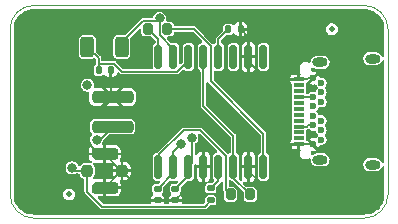
<source format=gtl>
%TF.GenerationSoftware,KiCad,Pcbnew,7.0.10*%
%TF.CreationDate,2024-02-15T14:25:29-05:00*%
%TF.ProjectId,wingbeat_detector,77696e67-6265-4617-945f-646574656374,4.0*%
%TF.SameCoordinates,Original*%
%TF.FileFunction,Copper,L1,Top*%
%TF.FilePolarity,Positive*%
%FSLAX46Y46*%
G04 Gerber Fmt 4.6, Leading zero omitted, Abs format (unit mm)*
G04 Created by KiCad (PCBNEW 7.0.10) date 2024-02-15 14:25:29*
%MOMM*%
%LPD*%
G01*
G04 APERTURE LIST*
G04 Aperture macros list*
%AMRoundRect*
0 Rectangle with rounded corners*
0 $1 Rounding radius*
0 $2 $3 $4 $5 $6 $7 $8 $9 X,Y pos of 4 corners*
0 Add a 4 corners polygon primitive as box body*
4,1,4,$2,$3,$4,$5,$6,$7,$8,$9,$2,$3,0*
0 Add four circle primitives for the rounded corners*
1,1,$1+$1,$2,$3*
1,1,$1+$1,$4,$5*
1,1,$1+$1,$6,$7*
1,1,$1+$1,$8,$9*
0 Add four rect primitives between the rounded corners*
20,1,$1+$1,$2,$3,$4,$5,0*
20,1,$1+$1,$4,$5,$6,$7,0*
20,1,$1+$1,$6,$7,$8,$9,0*
20,1,$1+$1,$8,$9,$2,$3,0*%
%AMFreePoly0*
4,1,18,-0.475000,0.910000,-0.460537,0.982710,-0.419350,1.044350,-0.357710,1.085537,-0.285000,1.100000,0.237500,1.100000,0.475000,0.862500,0.475000,-0.910000,0.460537,-0.982710,0.419350,-1.044350,0.357710,-1.085537,0.285000,-1.100000,-0.285000,-1.100000,-0.357710,-1.085537,-0.419350,-1.044350,-0.460537,-0.982710,-0.475000,-0.910000,-0.475000,0.910000,-0.475000,0.910000,$1*%
%AMFreePoly1*
4,1,18,-0.475000,0.862500,-0.237500,1.100000,0.285000,1.100000,0.357710,1.085537,0.419350,1.044350,0.460537,0.982710,0.475000,0.910000,0.475000,-0.910000,0.460537,-0.982710,0.419350,-1.044350,0.357710,-1.085537,0.285000,-1.100000,-0.285000,-1.100000,-0.357710,-1.085537,-0.419350,-1.044350,-0.460537,-0.982710,-0.475000,-0.910000,-0.475000,0.862500,-0.475000,0.862500,$1*%
G04 Aperture macros list end*
%TA.AperFunction,ComponentPad*%
%ADD10C,2.660000*%
%TD*%
%TA.AperFunction,SMDPad,CuDef*%
%ADD11R,0.900000X0.300000*%
%TD*%
%TA.AperFunction,ComponentPad*%
%ADD12C,0.600000*%
%TD*%
%TA.AperFunction,ComponentPad*%
%ADD13O,1.300000X0.800000*%
%TD*%
%TA.AperFunction,SMDPad,CuDef*%
%ADD14RoundRect,0.135000X-0.135000X-0.185000X0.135000X-0.185000X0.135000X0.185000X-0.135000X0.185000X0*%
%TD*%
%TA.AperFunction,SMDPad,CuDef*%
%ADD15C,0.500000*%
%TD*%
%TA.AperFunction,SMDPad,CuDef*%
%ADD16RoundRect,0.150000X-0.150000X0.875000X-0.150000X-0.875000X0.150000X-0.875000X0.150000X0.875000X0*%
%TD*%
%TA.AperFunction,SMDPad,CuDef*%
%ADD17RoundRect,0.250000X-0.312500X-0.625000X0.312500X-0.625000X0.312500X0.625000X-0.312500X0.625000X0*%
%TD*%
%TA.AperFunction,SMDPad,CuDef*%
%ADD18RoundRect,0.135000X0.185000X-0.135000X0.185000X0.135000X-0.185000X0.135000X-0.185000X-0.135000X0*%
%TD*%
%TA.AperFunction,SMDPad,CuDef*%
%ADD19RoundRect,0.200000X0.200000X0.275000X-0.200000X0.275000X-0.200000X-0.275000X0.200000X-0.275000X0*%
%TD*%
%TA.AperFunction,SMDPad,CuDef*%
%ADD20RoundRect,0.200000X-0.200000X-0.275000X0.200000X-0.275000X0.200000X0.275000X-0.200000X0.275000X0*%
%TD*%
%TA.AperFunction,SMDPad,CuDef*%
%ADD21RoundRect,0.140000X0.170000X-0.140000X0.170000X0.140000X-0.170000X0.140000X-0.170000X-0.140000X0*%
%TD*%
%TA.AperFunction,SMDPad,CuDef*%
%ADD22RoundRect,0.250000X-1.500000X-0.250000X1.500000X-0.250000X1.500000X0.250000X-1.500000X0.250000X0*%
%TD*%
%TA.AperFunction,SMDPad,CuDef*%
%ADD23RoundRect,0.237500X0.237500X-0.262500X0.237500X0.262500X-0.237500X0.262500X-0.237500X-0.262500X0*%
%TD*%
%TA.AperFunction,SMDPad,CuDef*%
%ADD24FreePoly0,90.000000*%
%TD*%
%TA.AperFunction,SMDPad,CuDef*%
%ADD25FreePoly1,90.000000*%
%TD*%
%TA.AperFunction,SMDPad,CuDef*%
%ADD26RoundRect,0.140000X-0.170000X0.140000X-0.170000X-0.140000X0.170000X-0.140000X0.170000X0.140000X0*%
%TD*%
%TA.AperFunction,ViaPad*%
%ADD27C,0.800000*%
%TD*%
%TA.AperFunction,Conductor*%
%ADD28C,0.150000*%
%TD*%
%TA.AperFunction,Profile*%
%ADD29C,0.100000*%
%TD*%
G04 APERTURE END LIST*
D10*
%TO.P,H2,1,1*%
%TO.N,/GND*%
X164000000Y-93000000D03*
%TD*%
D11*
%TO.P,J1,A1,GND*%
%TO.N,/GND*%
X158440000Y-102750000D03*
%TO.P,J1,A2,SSTXP1*%
%TO.N,unconnected-(J1-SSTXP1-PadA2)*%
X158440000Y-102250000D03*
%TO.P,J1,A3,SSTXN1*%
%TO.N,unconnected-(J1-SSTXN1-PadA3)*%
X158440000Y-101750000D03*
%TO.P,J1,A4,VBUS_A*%
%TO.N,/V5+*%
X158440000Y-101250000D03*
%TO.P,J1,A5,CC1*%
%TO.N,unconnected-(J1-CC1-PadA5)*%
X158440000Y-100750000D03*
%TO.P,J1,A6,DP1*%
%TO.N,unconnected-(J1-DP1-PadA6)*%
X158440000Y-100250000D03*
%TO.P,J1,A7,DN1*%
%TO.N,unconnected-(J1-DN1-PadA7)*%
X158440000Y-99750000D03*
%TO.P,J1,A8,SBU1*%
%TO.N,unconnected-(J1-SBU1-PadA8)*%
X158440000Y-99250000D03*
%TO.P,J1,A9,VBUS_A*%
%TO.N,/V5+*%
X158440000Y-98750000D03*
%TO.P,J1,A10,SSRXN2*%
%TO.N,unconnected-(J1-SSRXN2-PadA10)*%
X158440000Y-98250000D03*
%TO.P,J1,A11,SSRXP2*%
%TO.N,unconnected-(J1-SSRXP2-PadA11)*%
X158440000Y-97750000D03*
%TO.P,J1,A12,GND*%
%TO.N,/GND*%
X158440000Y-97250000D03*
D12*
%TO.P,J1,B1,GND*%
X159650000Y-97150000D03*
%TO.P,J1,B2,SSTXP2*%
%TO.N,unconnected-(J1-SSTXP2-PadB2)*%
X160350000Y-97550000D03*
%TO.P,J1,B3,SSTXN2*%
%TO.N,unconnected-(J1-SSTXN2-PadB3)*%
X160350000Y-98350000D03*
%TO.P,J1,B4,VBUS_B*%
%TO.N,/V5+*%
X159650000Y-98750000D03*
%TO.P,J1,B5,CC2*%
%TO.N,unconnected-(J1-CC2-PadB5)*%
X160350000Y-99150000D03*
%TO.P,J1,B6,DP2*%
%TO.N,unconnected-(J1-DP2-PadB6)*%
X159650000Y-99550000D03*
%TO.P,J1,B7,DN2*%
%TO.N,unconnected-(J1-DN2-PadB7)*%
X159650000Y-100350000D03*
%TO.P,J1,B8,SBU2*%
%TO.N,unconnected-(J1-SBU2-PadB8)*%
X160350000Y-100750000D03*
%TO.P,J1,B9,VBUS_B*%
%TO.N,/V5+*%
X159650000Y-101150000D03*
%TO.P,J1,B10,SSRXN1*%
%TO.N,unconnected-(J1-SSRXN1-PadB10)*%
X160350000Y-101550000D03*
%TO.P,J1,B11,SSRXP1*%
%TO.N,unconnected-(J1-SSRXP1-PadB11)*%
X160350000Y-102350000D03*
%TO.P,J1,B12,GND*%
%TO.N,/GND*%
X159650000Y-102750000D03*
D13*
%TO.P,J1,S1,SHIELD*%
%TO.N,unconnected-(J1-SHIELD-PadS1)*%
X160250000Y-104080000D03*
%TO.P,J1,S2,SHIELD*%
%TO.N,unconnected-(J1-SHIELD-PadS2)*%
X160250000Y-95820000D03*
%TO.P,J1,S3,SHIELD*%
%TO.N,unconnected-(J1-SHIELD-PadS3)*%
X164700000Y-104490000D03*
%TO.P,J1,S4,SHIELD*%
%TO.N,unconnected-(J1-SHIELD-PadS4)*%
X164700000Y-95510000D03*
%TD*%
D14*
%TO.P,R9,1*%
%TO.N,Net-(U2-AAin-)*%
X141490000Y-96500000D03*
%TO.P,R9,2*%
%TO.N,/GND*%
X142510000Y-96500000D03*
%TD*%
D15*
%TO.P,FID1,*%
%TO.N,*%
X139000000Y-107000000D03*
%TD*%
D16*
%TO.P,U2,1,LPVo*%
%TO.N,unconnected-(U2-LPVo-Pad1)*%
X155445000Y-95350000D03*
%TO.P,U2,2,NC1*%
%TO.N,/GND*%
X154175000Y-95350000D03*
%TO.P,U2,3,Vin3*%
%TO.N,unconnected-(U2-Vin3-Pad3)*%
X152905000Y-95350000D03*
%TO.P,U2,4,Vin2*%
%TO.N,Net-(U2-Vin2)*%
X151635000Y-95350000D03*
%TO.P,U2,5,AAin+*%
%TO.N,/filter/HIGHPASS*%
X150365000Y-95350000D03*
%TO.P,U2,6,AAin-*%
%TO.N,Net-(U2-AAin-)*%
X149095000Y-95350000D03*
%TO.P,U2,7,AAVo*%
%TO.N,/filter/HIGHPASS_AMPLIFIED*%
X147825000Y-95350000D03*
%TO.P,U2,8,BPVo*%
%TO.N,Net-(U2-BPVo)*%
X146555000Y-95350000D03*
%TO.P,U2,9,Fadj1*%
%TO.N,Net-(U2-Fadj1)*%
X146555000Y-104650000D03*
%TO.P,U2,10,V-*%
%TO.N,/V10-*%
X147825000Y-104650000D03*
%TO.P,U2,11,V+*%
%TO.N,/V10+*%
X149095000Y-104650000D03*
%TO.P,U2,12,GND*%
%TO.N,/GND*%
X150365000Y-104650000D03*
%TO.P,U2,13,Vin1*%
%TO.N,Net-(U2-Vin1)*%
X151635000Y-104650000D03*
%TO.P,U2,14,HPVo*%
%TO.N,/filter/HIGHPASS*%
X152905000Y-104650000D03*
%TO.P,U2,15,NC2*%
%TO.N,/GND*%
X154175000Y-104650000D03*
%TO.P,U2,16,Fadj2*%
%TO.N,Net-(U2-Fadj2)*%
X155445000Y-104650000D03*
%TD*%
D10*
%TO.P,H4,1,1*%
%TO.N,/GND*%
X136000000Y-107000000D03*
%TD*%
D17*
%TO.P,R10,1*%
%TO.N,Net-(U2-AAin-)*%
X140537500Y-94500000D03*
%TO.P,R10,2*%
%TO.N,/filter/HIGHPASS_AMPLIFIED*%
X143462500Y-94500000D03*
%TD*%
D18*
%TO.P,R1,1*%
%TO.N,/PHOTODIODE_SIG*%
X151000000Y-107510000D03*
%TO.P,R1,2*%
%TO.N,Net-(U2-Vin1)*%
X151000000Y-106490000D03*
%TD*%
D19*
%TO.P,R5,1*%
%TO.N,/filter/HIGHPASS*%
X154325000Y-107000000D03*
%TO.P,R5,2*%
%TO.N,Net-(U2-Fadj1)*%
X152675000Y-107000000D03*
%TD*%
D20*
%TO.P,R7,1*%
%TO.N,Net-(U2-BPVo)*%
X145675000Y-93000000D03*
%TO.P,R7,2*%
%TO.N,Net-(U2-Fadj2)*%
X147325000Y-93000000D03*
%TD*%
D10*
%TO.P,H3,1,1*%
%TO.N,/GND*%
X164000000Y-107000000D03*
%TD*%
D21*
%TO.P,C8,1*%
%TO.N,/GND*%
X146500000Y-107480000D03*
%TO.P,C8,2*%
%TO.N,/V10-*%
X146500000Y-106520000D03*
%TD*%
D22*
%TO.P,D1,1,K*%
%TO.N,Net-(D1-K)*%
X142675000Y-101270000D03*
%TO.P,D1,2,A*%
%TO.N,/GND*%
X142675000Y-98730000D03*
%TD*%
D23*
%TO.P,J3,1,In*%
%TO.N,/PHOTODIODE_SIG*%
X140525000Y-105000000D03*
D24*
%TO.P,J3,2,Ext*%
%TO.N,/GND*%
X142000000Y-106425000D03*
D23*
X143475000Y-105000000D03*
D25*
X142000000Y-103575000D03*
%TD*%
D26*
%TO.P,C6,1*%
%TO.N,/V10+*%
X148000000Y-106520000D03*
%TO.P,C6,2*%
%TO.N,/GND*%
X148000000Y-107480000D03*
%TD*%
D15*
%TO.P,FID3,*%
%TO.N,*%
X161250000Y-93000000D03*
%TD*%
D14*
%TO.P,R2,1*%
%TO.N,Net-(U2-Vin2)*%
X152490000Y-93000000D03*
%TO.P,R2,2*%
%TO.N,/GND*%
X153510000Y-93000000D03*
%TD*%
D10*
%TO.P,H1,1,1*%
%TO.N,/GND*%
X136000000Y-93000000D03*
%TD*%
D27*
%TO.N,/filter/HIGHPASS_AMPLIFIED*%
X146667000Y-92098500D03*
%TO.N,/V5+*%
X140536000Y-97740200D03*
%TO.N,/V10+*%
X149397400Y-102199800D03*
%TO.N,/V10-*%
X148494700Y-102757700D03*
%TO.N,Net-(D1-K)*%
X141341700Y-102367800D03*
%TO.N,/PHOTODIODE_SIG*%
X139250000Y-104750000D03*
%TD*%
D28*
%TO.N,/GND*%
X140697200Y-100542800D02*
X142510000Y-98730000D01*
X155140900Y-105955200D02*
X154175000Y-104989300D01*
X143425000Y-105000000D02*
X142000000Y-106425000D01*
X150608200Y-107000000D02*
X150365000Y-106756800D01*
X143475000Y-105000000D02*
X143425000Y-105000000D01*
X154175000Y-95672900D02*
X154175000Y-95350000D01*
X136000000Y-106931400D02*
X140227300Y-102704100D01*
X154175000Y-104989300D02*
X154175000Y-104650000D01*
X145955000Y-107480000D02*
X143475000Y-105000000D01*
X140697200Y-102704100D02*
X140697200Y-100542800D01*
X142510000Y-98730000D02*
X142510000Y-96500000D01*
X158440000Y-97250000D02*
X155752100Y-97250000D01*
X154731300Y-107728900D02*
X152138400Y-107728900D01*
X140227300Y-102704100D02*
X140697200Y-102704100D01*
X151409500Y-107000000D02*
X150608200Y-107000000D01*
X141568100Y-103575000D02*
X140697200Y-102704100D01*
X157763300Y-103918600D02*
X155726700Y-105955200D01*
X154175000Y-93665000D02*
X154175000Y-95350000D01*
X148000000Y-107480000D02*
X146500000Y-107480000D01*
X159650000Y-97150000D02*
X159216700Y-97150000D01*
X158440000Y-102750000D02*
X157763300Y-102750000D01*
X158440000Y-97250000D02*
X159116700Y-97250000D01*
X153510000Y-93000000D02*
X154175000Y-93665000D01*
X157763300Y-102750000D02*
X157763300Y-103918600D01*
X159216700Y-97150000D02*
X159116700Y-97250000D01*
X146500000Y-107480000D02*
X145955000Y-107480000D01*
X155726700Y-105955200D02*
X155140900Y-105955200D01*
X142675000Y-98730000D02*
X142510000Y-98730000D01*
X148000000Y-107480000D02*
X148723200Y-106756800D01*
X152138400Y-107728900D02*
X151409500Y-107000000D01*
X148723200Y-106756800D02*
X150365000Y-106756800D01*
X143425000Y-105000000D02*
X142000000Y-103575000D01*
X142000000Y-103575000D02*
X141568100Y-103575000D01*
X155752100Y-97250000D02*
X154175000Y-95672900D01*
X159650000Y-102750000D02*
X158440000Y-102750000D01*
X155140900Y-107319300D02*
X154731300Y-107728900D01*
X155140900Y-105955200D02*
X155140900Y-107319300D01*
X150365000Y-106756800D02*
X150365000Y-104650000D01*
X136000000Y-107000000D02*
X136000000Y-106931400D01*
%TO.N,Net-(U2-Vin1)*%
X151635000Y-105855000D02*
X151000000Y-106490000D01*
X151635000Y-104650000D02*
X151635000Y-105855000D01*
%TO.N,Net-(U2-Vin2)*%
X151635000Y-93855000D02*
X152490000Y-93000000D01*
X151635000Y-95350000D02*
X151635000Y-93855000D01*
%TO.N,/filter/HIGHPASS_AMPLIFIED*%
X145284300Y-92292400D02*
X143462500Y-94114200D01*
X147825000Y-95350000D02*
X147825000Y-94700300D01*
X143462500Y-94114200D02*
X143462500Y-94500000D01*
X147825000Y-94700300D02*
X146667000Y-93542300D01*
X146667000Y-92292400D02*
X146667000Y-92098500D01*
X146667000Y-92292400D02*
X145284300Y-92292400D01*
X146667000Y-93542300D02*
X146667000Y-92292400D01*
%TO.N,/filter/HIGHPASS*%
X154325000Y-107000000D02*
X152905000Y-105580000D01*
X152905000Y-102040500D02*
X152905000Y-104650000D01*
X152905000Y-105580000D02*
X152905000Y-104650000D01*
X150365000Y-95350000D02*
X150365000Y-99500500D01*
X150365000Y-99500500D02*
X152905000Y-102040500D01*
%TO.N,Net-(U2-Fadj1)*%
X150107200Y-101559000D02*
X148691200Y-101559000D01*
X152270000Y-103721800D02*
X150107200Y-101559000D01*
X148691200Y-101559000D02*
X146555000Y-103695200D01*
X152270000Y-106595000D02*
X152270000Y-103721800D01*
X146555000Y-103695200D02*
X146555000Y-104650000D01*
X152675000Y-107000000D02*
X152270000Y-106595000D01*
%TO.N,Net-(U2-BPVo)*%
X145675000Y-93000000D02*
X146555000Y-93880000D01*
X146555000Y-93880000D02*
X146555000Y-95350000D01*
%TO.N,Net-(U2-Fadj2)*%
X151000000Y-94415600D02*
X151000000Y-97402000D01*
X151000000Y-97402000D02*
X155445000Y-101847000D01*
X149584400Y-93000000D02*
X151000000Y-94415600D01*
X147325000Y-93000000D02*
X149584400Y-93000000D01*
X155445000Y-101847000D02*
X155445000Y-104650000D01*
%TO.N,Net-(U2-AAin-)*%
X141490000Y-95452500D02*
X141490000Y-95917800D01*
X149095000Y-95662700D02*
X148153600Y-96604100D01*
X140537500Y-94500000D02*
X141490000Y-95452500D01*
X141490000Y-95917800D02*
X141490000Y-96500000D01*
X143477800Y-96604100D02*
X142791500Y-95917800D01*
X149095000Y-95350000D02*
X149095000Y-95662700D01*
X148153600Y-96604100D02*
X143477800Y-96604100D01*
X142791500Y-95917800D02*
X141490000Y-95917800D01*
%TO.N,/V5+*%
X158440000Y-101250000D02*
X159116700Y-101250000D01*
X159650000Y-101150000D02*
X159216700Y-101150000D01*
X159216700Y-101150000D02*
X159116700Y-101250000D01*
X159650000Y-98750000D02*
X158440000Y-98750000D01*
%TO.N,/V10+*%
X149095000Y-105425000D02*
X148000000Y-106520000D01*
X149397400Y-102199800D02*
X149397400Y-104347600D01*
X149397400Y-104347600D02*
X149095000Y-104650000D01*
X149095000Y-104650000D02*
X149095000Y-105425000D01*
%TO.N,/V10-*%
X147825000Y-103427400D02*
X148494700Y-102757700D01*
X147825000Y-105195000D02*
X147825000Y-104650000D01*
X146500000Y-106520000D02*
X147825000Y-105195000D01*
X147825000Y-104650000D02*
X147825000Y-103427400D01*
%TO.N,Net-(D1-K)*%
X141577200Y-102367800D02*
X141341700Y-102367800D01*
X142675000Y-101270000D02*
X141577200Y-102367800D01*
%TO.N,/PHOTODIODE_SIG*%
X140525000Y-105000000D02*
X140525000Y-106760500D01*
X150487700Y-108022300D02*
X151000000Y-107510000D01*
X139250000Y-104750000D02*
X139500000Y-105000000D01*
X140525000Y-106760500D02*
X141786800Y-108022300D01*
X139500000Y-105000000D02*
X140525000Y-105000000D01*
X141786800Y-108022300D02*
X150487700Y-108022300D01*
%TD*%
%TA.AperFunction,Conductor*%
%TO.N,/GND*%
G36*
X159340261Y-101482158D02*
G01*
X159351890Y-101493897D01*
X159351949Y-101493966D01*
X159368703Y-101504733D01*
X159460931Y-101564004D01*
X159585225Y-101600499D01*
X159585227Y-101600500D01*
X159585228Y-101600500D01*
X159714771Y-101600500D01*
X159714772Y-101600500D01*
X159757558Y-101587936D01*
X159827424Y-101587936D01*
X159886203Y-101625710D01*
X159911466Y-101671972D01*
X159913302Y-101678223D01*
X159913302Y-101678224D01*
X159913303Y-101678226D01*
X159956682Y-101773211D01*
X159965203Y-101791871D01*
X159967118Y-101796063D01*
X159999453Y-101833380D01*
X160030142Y-101868798D01*
X160059166Y-101932354D01*
X160049222Y-102001513D01*
X160030142Y-102031202D01*
X159967118Y-102103937D01*
X159967116Y-102103939D01*
X159946886Y-102148236D01*
X159901131Y-102201039D01*
X159834091Y-102220722D01*
X159801941Y-102214339D01*
X159801427Y-102216260D01*
X159793580Y-102214157D01*
X159650001Y-102195254D01*
X159649999Y-102195254D01*
X159506421Y-102214157D01*
X159506417Y-102214158D01*
X159372626Y-102269575D01*
X159357758Y-102280982D01*
X159626905Y-102550128D01*
X159560992Y-102565173D01*
X159489613Y-102622095D01*
X159450000Y-102704351D01*
X159450000Y-102726775D01*
X159180983Y-102457758D01*
X159172613Y-102458307D01*
X159104429Y-102443051D01*
X159055318Y-102393354D01*
X159040500Y-102334573D01*
X159040500Y-102085177D01*
X159029385Y-102029300D01*
X159032311Y-102028717D01*
X159026855Y-101977987D01*
X159030203Y-101966583D01*
X159040500Y-101914822D01*
X159040500Y-101601386D01*
X159060185Y-101534347D01*
X159112989Y-101488592D01*
X159145105Y-101478912D01*
X159152755Y-101477699D01*
X159152764Y-101477700D01*
X159171838Y-101470377D01*
X159190489Y-101464853D01*
X159210468Y-101460607D01*
X159210467Y-101460607D01*
X159223220Y-101457897D01*
X159223602Y-101459695D01*
X159276983Y-101452534D01*
X159340261Y-101482158D01*
G37*
%TD.AperFunction*%
%TA.AperFunction,Conductor*%
G36*
X159450000Y-97195649D02*
G01*
X159489613Y-97277905D01*
X159560992Y-97334827D01*
X159626903Y-97349871D01*
X159357758Y-97619015D01*
X159372627Y-97630424D01*
X159372630Y-97630425D01*
X159506417Y-97685841D01*
X159506421Y-97685842D01*
X159649999Y-97704746D01*
X159650001Y-97704746D01*
X159793578Y-97685842D01*
X159801430Y-97683739D01*
X159802318Y-97687056D01*
X159855946Y-97681218D01*
X159918467Y-97712409D01*
X159946887Y-97751764D01*
X159967118Y-97796063D01*
X160030142Y-97868798D01*
X160059166Y-97932354D01*
X160049222Y-98001513D01*
X160030142Y-98031202D01*
X159967118Y-98103937D01*
X159967117Y-98103938D01*
X159913300Y-98221779D01*
X159911465Y-98228029D01*
X159873686Y-98286804D01*
X159810128Y-98315824D01*
X159757557Y-98312062D01*
X159714774Y-98299500D01*
X159714772Y-98299500D01*
X159585228Y-98299500D01*
X159585226Y-98299500D01*
X159460935Y-98335994D01*
X159460932Y-98335995D01*
X159460931Y-98335996D01*
X159409677Y-98368934D01*
X159351950Y-98406033D01*
X159312111Y-98452011D01*
X159286383Y-98481702D01*
X159227607Y-98519477D01*
X159192671Y-98524500D01*
X159164500Y-98524500D01*
X159097461Y-98504815D01*
X159051706Y-98452011D01*
X159040500Y-98400500D01*
X159040500Y-98085177D01*
X159029385Y-98029300D01*
X159032311Y-98028717D01*
X159026855Y-97977987D01*
X159030203Y-97966583D01*
X159040500Y-97914822D01*
X159040500Y-97661342D01*
X159060185Y-97594303D01*
X159064039Y-97589520D01*
X159123450Y-97500604D01*
X159143299Y-97484014D01*
X159141254Y-97481969D01*
X159450000Y-97173222D01*
X159450000Y-97195649D01*
G37*
%TD.AperFunction*%
%TA.AperFunction,Conductor*%
G36*
X146668308Y-91314979D02*
G01*
X146695898Y-91301981D01*
X146715004Y-91300500D01*
X163952405Y-91300500D01*
X163997786Y-91300500D01*
X164002208Y-91300657D01*
X164233020Y-91317165D01*
X164250529Y-91319683D01*
X164470144Y-91367458D01*
X164487103Y-91372437D01*
X164697694Y-91450983D01*
X164713777Y-91458327D01*
X164911036Y-91566040D01*
X164925919Y-91575605D01*
X165105836Y-91710289D01*
X165119207Y-91721875D01*
X165278124Y-91880792D01*
X165289710Y-91894163D01*
X165424394Y-92074080D01*
X165433959Y-92088963D01*
X165541669Y-92286217D01*
X165549019Y-92302311D01*
X165627559Y-92512887D01*
X165632543Y-92529862D01*
X165680316Y-92749470D01*
X165682834Y-92766982D01*
X165699342Y-92997789D01*
X165699500Y-93002213D01*
X165699500Y-95251061D01*
X165679815Y-95318100D01*
X165627011Y-95363855D01*
X165557853Y-95373799D01*
X165494297Y-95344774D01*
X165465403Y-95308110D01*
X165422338Y-95225000D01*
X165403971Y-95189553D01*
X165403968Y-95189550D01*
X165403967Y-95189548D01*
X165300681Y-95078956D01*
X165222053Y-95031141D01*
X165171382Y-95000328D01*
X165025665Y-94959500D01*
X164412342Y-94959500D01*
X164412341Y-94959500D01*
X164300082Y-94974929D01*
X164300079Y-94974930D01*
X164161283Y-95035217D01*
X164043889Y-95130724D01*
X163956623Y-95254352D01*
X163956621Y-95254355D01*
X163905946Y-95396939D01*
X163905946Y-95396942D01*
X163895619Y-95547918D01*
X163895619Y-95547921D01*
X163926405Y-95696078D01*
X163926407Y-95696083D01*
X163926408Y-95696085D01*
X163996029Y-95830447D01*
X163996031Y-95830449D01*
X163996032Y-95830451D01*
X164099318Y-95941043D01*
X164119829Y-95953516D01*
X164228618Y-96019672D01*
X164374335Y-96060500D01*
X164374336Y-96060500D01*
X164987659Y-96060500D01*
X165015723Y-96056642D01*
X165099920Y-96045070D01*
X165237986Y-95985099D01*
X165238716Y-95984782D01*
X165238716Y-95984781D01*
X165238720Y-95984780D01*
X165356108Y-95889278D01*
X165443377Y-95765647D01*
X165458660Y-95722646D01*
X165499658Y-95666069D01*
X165564735Y-95640639D01*
X165633231Y-95654430D01*
X165683397Y-95703062D01*
X165699500Y-95764171D01*
X165699500Y-104231061D01*
X165679815Y-104298100D01*
X165627011Y-104343855D01*
X165557853Y-104353799D01*
X165494297Y-104324774D01*
X165465403Y-104288110D01*
X165416149Y-104193056D01*
X165403971Y-104169553D01*
X165403968Y-104169550D01*
X165403967Y-104169548D01*
X165300681Y-104058956D01*
X165216609Y-104007831D01*
X165171382Y-103980328D01*
X165025665Y-103939500D01*
X164412342Y-103939500D01*
X164412341Y-103939500D01*
X164300082Y-103954929D01*
X164300079Y-103954930D01*
X164161283Y-104015217D01*
X164043889Y-104110724D01*
X163956623Y-104234352D01*
X163956621Y-104234355D01*
X163905946Y-104376939D01*
X163905946Y-104376942D01*
X163895619Y-104527918D01*
X163895619Y-104527921D01*
X163926405Y-104676078D01*
X163926407Y-104676083D01*
X163926408Y-104676085D01*
X163996029Y-104810447D01*
X163996031Y-104810449D01*
X163996032Y-104810451D01*
X164099318Y-104921043D01*
X164099320Y-104921044D01*
X164228618Y-104999672D01*
X164374335Y-105040500D01*
X164374336Y-105040500D01*
X164987659Y-105040500D01*
X165015723Y-105036642D01*
X165099920Y-105025070D01*
X165209854Y-104977318D01*
X165238716Y-104964782D01*
X165238716Y-104964781D01*
X165238720Y-104964780D01*
X165356108Y-104869278D01*
X165443377Y-104745647D01*
X165458660Y-104702646D01*
X165499658Y-104646069D01*
X165564735Y-104620639D01*
X165633231Y-104634430D01*
X165683397Y-104683062D01*
X165699500Y-104744171D01*
X165699500Y-106997786D01*
X165699342Y-107002210D01*
X165682834Y-107233017D01*
X165680316Y-107250529D01*
X165632543Y-107470137D01*
X165627559Y-107487112D01*
X165549019Y-107697688D01*
X165541669Y-107713782D01*
X165433959Y-107911036D01*
X165424394Y-107925919D01*
X165289710Y-108105836D01*
X165278124Y-108119207D01*
X165119207Y-108278124D01*
X165105836Y-108289710D01*
X164925919Y-108424394D01*
X164911036Y-108433959D01*
X164713782Y-108541669D01*
X164697688Y-108549019D01*
X164487112Y-108627559D01*
X164470137Y-108632543D01*
X164250529Y-108680316D01*
X164233017Y-108682834D01*
X164019172Y-108698128D01*
X164002208Y-108699342D01*
X163997786Y-108699500D01*
X136002214Y-108699500D01*
X135997791Y-108699342D01*
X135979142Y-108698008D01*
X135766982Y-108682834D01*
X135749470Y-108680316D01*
X135529862Y-108632543D01*
X135512887Y-108627559D01*
X135302311Y-108549019D01*
X135286217Y-108541669D01*
X135088963Y-108433959D01*
X135074080Y-108424394D01*
X134894163Y-108289710D01*
X134880792Y-108278124D01*
X134721875Y-108119207D01*
X134710289Y-108105836D01*
X134575605Y-107925919D01*
X134566040Y-107911036D01*
X134551615Y-107884619D01*
X134458327Y-107713777D01*
X134450983Y-107697694D01*
X134372437Y-107487103D01*
X134367458Y-107470144D01*
X134319683Y-107250529D01*
X134317165Y-107233017D01*
X134315580Y-107210859D01*
X134300657Y-107002208D01*
X134300579Y-107000000D01*
X138494353Y-107000000D01*
X138514834Y-107142456D01*
X138556193Y-107233017D01*
X138574623Y-107273373D01*
X138668872Y-107382143D01*
X138789947Y-107459953D01*
X138789950Y-107459954D01*
X138789949Y-107459954D01*
X138928036Y-107500499D01*
X138928038Y-107500500D01*
X138928039Y-107500500D01*
X139071962Y-107500500D01*
X139071962Y-107500499D01*
X139210053Y-107459953D01*
X139331128Y-107382143D01*
X139425377Y-107273373D01*
X139485165Y-107142457D01*
X139505647Y-107000000D01*
X139485165Y-106857543D01*
X139425377Y-106726627D01*
X139331128Y-106617857D01*
X139210053Y-106540047D01*
X139210051Y-106540046D01*
X139210049Y-106540045D01*
X139210050Y-106540045D01*
X139071963Y-106499500D01*
X139071961Y-106499500D01*
X138928039Y-106499500D01*
X138928036Y-106499500D01*
X138789949Y-106540045D01*
X138668873Y-106617856D01*
X138574623Y-106726626D01*
X138574622Y-106726628D01*
X138514834Y-106857543D01*
X138494353Y-107000000D01*
X134300579Y-107000000D01*
X134300500Y-106997786D01*
X134300500Y-104750000D01*
X138694750Y-104750000D01*
X138713670Y-104893708D01*
X138713671Y-104893712D01*
X138769137Y-105027622D01*
X138769138Y-105027624D01*
X138769139Y-105027625D01*
X138857379Y-105142621D01*
X138972375Y-105230861D01*
X139106291Y-105286330D01*
X139233280Y-105303048D01*
X139249999Y-105305250D01*
X139250000Y-105305250D01*
X139250001Y-105305250D01*
X139264977Y-105303278D01*
X139393709Y-105286330D01*
X139517780Y-105234938D01*
X139565231Y-105225500D01*
X139782898Y-105225500D01*
X139849937Y-105245185D01*
X139895692Y-105297989D01*
X139905371Y-105330102D01*
X139913889Y-105383889D01*
X139913890Y-105383892D01*
X139913891Y-105383893D01*
X139958040Y-105470541D01*
X139969690Y-105493404D01*
X139969693Y-105493408D01*
X140056591Y-105580306D01*
X140056595Y-105580309D01*
X140056597Y-105580311D01*
X140166107Y-105636109D01*
X140194898Y-105640669D01*
X140258031Y-105670597D01*
X140294963Y-105729907D01*
X140299500Y-105763142D01*
X140299500Y-106752961D01*
X140299415Y-106756206D01*
X140297300Y-106796562D01*
X140297300Y-106796566D01*
X140304620Y-106815635D01*
X140310144Y-106834285D01*
X140314392Y-106854267D01*
X140314393Y-106854269D01*
X140315521Y-106855822D01*
X140330964Y-106884263D01*
X140331654Y-106886060D01*
X140346097Y-106900503D01*
X140358737Y-106915302D01*
X140370615Y-106931652D01*
X140370740Y-106931823D01*
X140372398Y-106932780D01*
X140398082Y-106952488D01*
X141622023Y-108176429D01*
X141624258Y-108178784D01*
X141651292Y-108208808D01*
X141651293Y-108208809D01*
X141669953Y-108217117D01*
X141687047Y-108226398D01*
X141704183Y-108237526D01*
X141706071Y-108237824D01*
X141737117Y-108247021D01*
X141738867Y-108247800D01*
X141738868Y-108247800D01*
X141759295Y-108247800D01*
X141778693Y-108249327D01*
X141798865Y-108252522D01*
X141798865Y-108252521D01*
X141798866Y-108252522D01*
X141800174Y-108252171D01*
X141800722Y-108252025D01*
X141832814Y-108247800D01*
X150480162Y-108247800D01*
X150483406Y-108247884D01*
X150523764Y-108250000D01*
X150542838Y-108242677D01*
X150561489Y-108237153D01*
X150581468Y-108232907D01*
X150583013Y-108231784D01*
X150611467Y-108216334D01*
X150613260Y-108215646D01*
X150627713Y-108201191D01*
X150642496Y-108188566D01*
X150659023Y-108176560D01*
X150659981Y-108174899D01*
X150679685Y-108149219D01*
X150862086Y-107966817D01*
X150923409Y-107933333D01*
X150949767Y-107930499D01*
X151227616Y-107930499D01*
X151227622Y-107930499D01*
X151251498Y-107927730D01*
X151349135Y-107884619D01*
X151349136Y-107884618D01*
X151349141Y-107884616D01*
X151424616Y-107809141D01*
X151467730Y-107711498D01*
X151470500Y-107687623D01*
X151470499Y-107332378D01*
X151467730Y-107308502D01*
X151467729Y-107308499D01*
X151424619Y-107210864D01*
X151424617Y-107210861D01*
X151424616Y-107210859D01*
X151349141Y-107135384D01*
X151325587Y-107124984D01*
X151299428Y-107113433D01*
X151246053Y-107068346D01*
X151225526Y-107001560D01*
X151244365Y-106934278D01*
X151296589Y-106887862D01*
X151299344Y-106886603D01*
X151349141Y-106864616D01*
X151424616Y-106789141D01*
X151467730Y-106691498D01*
X151470500Y-106667623D01*
X151470499Y-106389766D01*
X151490183Y-106322728D01*
X151506814Y-106302090D01*
X151789158Y-106019745D01*
X151791456Y-106017565D01*
X151821509Y-105990507D01*
X151821509Y-105990506D01*
X151831197Y-105981784D01*
X151832289Y-105982997D01*
X151875506Y-105949669D01*
X151945119Y-105943686D01*
X152006915Y-105976289D01*
X152041276Y-106037126D01*
X152044500Y-106065218D01*
X152044500Y-106587461D01*
X152044415Y-106590706D01*
X152042300Y-106631062D01*
X152042300Y-106631066D01*
X152049620Y-106650135D01*
X152055144Y-106668785D01*
X152059392Y-106688767D01*
X152059393Y-106688769D01*
X152060521Y-106690322D01*
X152075964Y-106718763D01*
X152076654Y-106720560D01*
X152088179Y-106732085D01*
X152121666Y-106793407D01*
X152124500Y-106819768D01*
X152124500Y-107308260D01*
X152134426Y-107376391D01*
X152185803Y-107481485D01*
X152268514Y-107564196D01*
X152268515Y-107564196D01*
X152268517Y-107564198D01*
X152373607Y-107615573D01*
X152407673Y-107620536D01*
X152441739Y-107625500D01*
X152441740Y-107625500D01*
X152908261Y-107625500D01*
X152930971Y-107622191D01*
X152976393Y-107615573D01*
X153081483Y-107564198D01*
X153164198Y-107481483D01*
X153215573Y-107376393D01*
X153225500Y-107308260D01*
X153225500Y-106691740D01*
X153225293Y-106690322D01*
X153215573Y-106623608D01*
X153212762Y-106617857D01*
X153164198Y-106518517D01*
X153164196Y-106518515D01*
X153164196Y-106518514D01*
X153081485Y-106435803D01*
X152976391Y-106384426D01*
X152908261Y-106374500D01*
X152908260Y-106374500D01*
X152619500Y-106374500D01*
X152552461Y-106354815D01*
X152506706Y-106302011D01*
X152495500Y-106250500D01*
X152495500Y-105929209D01*
X152515185Y-105862170D01*
X152567989Y-105816415D01*
X152637147Y-105806471D01*
X152669584Y-105815774D01*
X152685009Y-105822585D01*
X152710135Y-105825500D01*
X152780230Y-105825499D01*
X152847269Y-105845183D01*
X152867912Y-105861818D01*
X153738181Y-106732086D01*
X153771666Y-106793409D01*
X153774500Y-106819767D01*
X153774500Y-107308260D01*
X153784426Y-107376391D01*
X153835803Y-107481485D01*
X153918514Y-107564196D01*
X153918515Y-107564196D01*
X153918517Y-107564198D01*
X154023607Y-107615573D01*
X154057673Y-107620536D01*
X154091739Y-107625500D01*
X154091740Y-107625500D01*
X154558261Y-107625500D01*
X154580971Y-107622191D01*
X154626393Y-107615573D01*
X154731483Y-107564198D01*
X154814198Y-107481483D01*
X154865573Y-107376393D01*
X154875500Y-107308260D01*
X154875500Y-106691740D01*
X154875293Y-106690322D01*
X154865573Y-106623608D01*
X154862762Y-106617857D01*
X154814198Y-106518517D01*
X154814196Y-106518515D01*
X154814196Y-106518514D01*
X154731485Y-106435803D01*
X154626391Y-106384426D01*
X154558261Y-106374500D01*
X154558260Y-106374500D01*
X154091740Y-106374500D01*
X154091739Y-106374500D01*
X154089279Y-106374858D01*
X154088441Y-106374739D01*
X154087269Y-106374824D01*
X154087250Y-106374569D01*
X154020103Y-106365035D01*
X153983737Y-106339832D01*
X153748452Y-106104547D01*
X153714967Y-106043224D01*
X153719951Y-105973532D01*
X153761823Y-105917599D01*
X153827287Y-105893182D01*
X153892430Y-105906382D01*
X153899857Y-105910166D01*
X153899855Y-105910166D01*
X153993514Y-105924999D01*
X154049999Y-105924998D01*
X154050000Y-105924998D01*
X154050000Y-104775000D01*
X154300000Y-104775000D01*
X154300000Y-105924999D01*
X154356479Y-105924999D01*
X154450149Y-105910164D01*
X154450155Y-105910162D01*
X154563041Y-105852643D01*
X154563050Y-105852636D01*
X154652636Y-105763050D01*
X154652639Y-105763046D01*
X154710166Y-105650144D01*
X154725000Y-105556486D01*
X154725000Y-104775000D01*
X154300000Y-104775000D01*
X154050000Y-104775000D01*
X153625001Y-104775000D01*
X153625001Y-105556479D01*
X153639835Y-105650149D01*
X153639835Y-105650150D01*
X153643616Y-105657569D01*
X153656512Y-105726239D01*
X153630236Y-105790979D01*
X153573129Y-105831236D01*
X153503323Y-105834228D01*
X153445450Y-105801545D01*
X153377825Y-105733920D01*
X153344340Y-105672597D01*
X153349324Y-105602905D01*
X153352075Y-105596146D01*
X153352585Y-105594991D01*
X153355500Y-105569865D01*
X153355499Y-104525000D01*
X153625000Y-104525000D01*
X154050000Y-104525000D01*
X154050000Y-103375000D01*
X154300000Y-103375000D01*
X154300000Y-104525000D01*
X154724999Y-104525000D01*
X154724999Y-103743520D01*
X154710164Y-103649850D01*
X154710162Y-103649844D01*
X154652643Y-103536958D01*
X154652636Y-103536949D01*
X154563050Y-103447363D01*
X154563046Y-103447360D01*
X154450144Y-103389833D01*
X154356486Y-103375000D01*
X154300000Y-103375000D01*
X154050000Y-103375000D01*
X154049999Y-103374999D01*
X153993521Y-103375000D01*
X153899849Y-103389835D01*
X153899844Y-103389837D01*
X153786958Y-103447356D01*
X153786949Y-103447363D01*
X153697363Y-103536949D01*
X153697360Y-103536953D01*
X153639833Y-103649855D01*
X153625000Y-103743513D01*
X153625000Y-104525000D01*
X153355499Y-104525000D01*
X153355499Y-103730136D01*
X153355497Y-103730117D01*
X153352586Y-103705012D01*
X153352585Y-103705010D01*
X153352585Y-103705009D01*
X153307206Y-103602235D01*
X153227765Y-103522794D01*
X153227763Y-103522793D01*
X153227759Y-103522790D01*
X153204414Y-103512483D01*
X153151037Y-103467397D01*
X153130510Y-103400611D01*
X153130500Y-103399049D01*
X153130500Y-102048018D01*
X153130585Y-102044773D01*
X153130768Y-102041278D01*
X153132699Y-102004436D01*
X153125378Y-101985365D01*
X153119853Y-101966711D01*
X153119826Y-101966583D01*
X153115607Y-101946732D01*
X153115605Y-101946729D01*
X153114478Y-101945177D01*
X153099031Y-101916726D01*
X153098345Y-101914940D01*
X153098345Y-101914939D01*
X153083904Y-101900499D01*
X153071268Y-101885705D01*
X153059260Y-101869177D01*
X153059259Y-101869176D01*
X153058310Y-101868628D01*
X153057593Y-101868214D01*
X153031915Y-101848510D01*
X150626819Y-99443414D01*
X150593334Y-99382091D01*
X150590500Y-99355733D01*
X150590500Y-97610768D01*
X150610185Y-97543729D01*
X150662989Y-97497974D01*
X150732147Y-97488030D01*
X150795703Y-97517055D01*
X150802181Y-97523087D01*
X150821099Y-97542005D01*
X150833735Y-97556800D01*
X150845740Y-97573323D01*
X150847398Y-97574280D01*
X150873082Y-97593988D01*
X153032043Y-99752949D01*
X155183181Y-101904086D01*
X155216666Y-101965409D01*
X155219500Y-101991767D01*
X155219500Y-103399049D01*
X155199815Y-103466088D01*
X155147011Y-103511843D01*
X155145586Y-103512483D01*
X155122240Y-103522790D01*
X155122232Y-103522796D01*
X155042794Y-103602234D01*
X154997415Y-103705006D01*
X154997415Y-103705008D01*
X154994500Y-103730131D01*
X154994500Y-105569856D01*
X154994502Y-105569882D01*
X154997413Y-105594987D01*
X154997415Y-105594991D01*
X155042793Y-105697764D01*
X155042794Y-105697765D01*
X155122235Y-105777206D01*
X155225009Y-105822585D01*
X155250135Y-105825500D01*
X155639864Y-105825499D01*
X155639879Y-105825497D01*
X155639882Y-105825497D01*
X155664987Y-105822586D01*
X155664988Y-105822585D01*
X155664991Y-105822585D01*
X155767765Y-105777206D01*
X155847206Y-105697765D01*
X155892585Y-105594991D01*
X155895500Y-105569865D01*
X155895499Y-103730136D01*
X155895497Y-103730117D01*
X155892586Y-103705012D01*
X155892585Y-103705010D01*
X155892585Y-103705009D01*
X155847206Y-103602235D01*
X155767765Y-103522794D01*
X155767763Y-103522793D01*
X155767759Y-103522790D01*
X155744414Y-103512483D01*
X155691037Y-103467397D01*
X155670510Y-103400611D01*
X155670500Y-103399049D01*
X155670500Y-102875000D01*
X157740000Y-102875000D01*
X157740000Y-102924628D01*
X157754503Y-102997540D01*
X157754505Y-102997544D01*
X157809760Y-103080239D01*
X157892455Y-103135494D01*
X157892459Y-103135496D01*
X157965371Y-103149999D01*
X157965374Y-103150000D01*
X158315000Y-103150000D01*
X158315000Y-102875000D01*
X157740000Y-102875000D01*
X155670500Y-102875000D01*
X155670500Y-102625000D01*
X157740000Y-102625000D01*
X158441000Y-102625000D01*
X158508039Y-102644685D01*
X158553794Y-102697489D01*
X158565000Y-102749000D01*
X158565000Y-103150000D01*
X158571555Y-103156555D01*
X158605040Y-103217878D01*
X158600056Y-103287570D01*
X158588192Y-103311272D01*
X158563020Y-103350442D01*
X158524500Y-103481632D01*
X158524500Y-103618367D01*
X158563021Y-103749559D01*
X158563020Y-103749559D01*
X158636942Y-103864586D01*
X158636946Y-103864590D01*
X158740278Y-103954127D01*
X158740285Y-103954132D01*
X158797647Y-103980328D01*
X158864658Y-104010931D01*
X158965989Y-104025500D01*
X158965992Y-104025500D01*
X159034008Y-104025500D01*
X159034011Y-104025500D01*
X159135342Y-104010931D01*
X159220873Y-103971870D01*
X159267786Y-103950446D01*
X159268516Y-103952045D01*
X159325316Y-103935359D01*
X159392358Y-103955034D01*
X159438121Y-104007831D01*
X159449045Y-104067819D01*
X159445618Y-104117916D01*
X159445619Y-104117921D01*
X159476405Y-104266078D01*
X159476407Y-104266083D01*
X159476408Y-104266085D01*
X159546029Y-104400447D01*
X159546031Y-104400449D01*
X159546032Y-104400451D01*
X159649318Y-104511043D01*
X159661712Y-104518580D01*
X159778618Y-104589672D01*
X159924335Y-104630500D01*
X159924336Y-104630500D01*
X160537659Y-104630500D01*
X160565723Y-104626642D01*
X160649920Y-104615070D01*
X160759854Y-104567318D01*
X160788716Y-104554782D01*
X160788716Y-104554781D01*
X160788720Y-104554780D01*
X160906108Y-104459278D01*
X160993377Y-104335647D01*
X161017123Y-104268833D01*
X161044053Y-104193060D01*
X161044053Y-104193058D01*
X161044054Y-104193056D01*
X161054381Y-104042079D01*
X161048799Y-104015217D01*
X161023594Y-103893921D01*
X161023592Y-103893918D01*
X161023592Y-103893915D01*
X160953971Y-103759553D01*
X160953967Y-103759549D01*
X160953967Y-103759548D01*
X160850681Y-103648956D01*
X160747352Y-103586121D01*
X160721382Y-103570328D01*
X160575665Y-103529500D01*
X159962342Y-103529500D01*
X159962341Y-103529500D01*
X159850082Y-103544929D01*
X159850079Y-103544930D01*
X159711282Y-103605218D01*
X159711280Y-103605219D01*
X159677754Y-103632495D01*
X159613327Y-103659533D01*
X159544511Y-103647446D01*
X159493153Y-103600074D01*
X159475500Y-103536306D01*
X159475500Y-103481632D01*
X159468111Y-103456468D01*
X159468111Y-103386599D01*
X159505885Y-103327820D01*
X159569441Y-103298795D01*
X159603274Y-103298594D01*
X159650000Y-103304746D01*
X159650001Y-103304746D01*
X159793578Y-103285842D01*
X159793582Y-103285841D01*
X159927368Y-103230426D01*
X159927369Y-103230426D01*
X159942239Y-103219015D01*
X159942239Y-103219014D01*
X159673095Y-102949871D01*
X159739008Y-102934827D01*
X159810387Y-102877905D01*
X159850000Y-102795649D01*
X159850000Y-102773223D01*
X160119014Y-103042239D01*
X160119015Y-103042239D01*
X160130426Y-103027369D01*
X160130426Y-103027368D01*
X160185842Y-102893580D01*
X160186158Y-102892403D01*
X160186695Y-102891521D01*
X160188953Y-102886071D01*
X160189803Y-102886423D01*
X160222525Y-102832743D01*
X160285373Y-102802216D01*
X160305932Y-102800500D01*
X160414773Y-102800500D01*
X160414773Y-102800499D01*
X160539069Y-102764004D01*
X160648049Y-102693967D01*
X160732882Y-102596063D01*
X160786697Y-102478226D01*
X160805133Y-102350000D01*
X160786697Y-102221774D01*
X160732882Y-102103937D01*
X160732880Y-102103935D01*
X160732879Y-102103932D01*
X160669858Y-102031202D01*
X160640833Y-101967647D01*
X160650777Y-101898488D01*
X160669858Y-101868798D01*
X160732879Y-101796067D01*
X160732879Y-101796065D01*
X160732882Y-101796063D01*
X160786697Y-101678226D01*
X160805133Y-101550000D01*
X160786697Y-101421774D01*
X160732882Y-101303937D01*
X160732880Y-101303935D01*
X160732879Y-101303932D01*
X160669858Y-101231202D01*
X160640833Y-101167647D01*
X160650777Y-101098488D01*
X160669858Y-101068798D01*
X160732879Y-100996067D01*
X160732879Y-100996065D01*
X160732882Y-100996063D01*
X160786697Y-100878226D01*
X160805133Y-100750000D01*
X160786697Y-100621774D01*
X160732882Y-100503937D01*
X160648049Y-100406033D01*
X160539069Y-100335996D01*
X160539065Y-100335994D01*
X160539064Y-100335994D01*
X160414774Y-100299500D01*
X160414772Y-100299500D01*
X160285228Y-100299500D01*
X160285226Y-100299500D01*
X160242442Y-100312062D01*
X160172572Y-100312062D01*
X160113794Y-100274287D01*
X160088531Y-100228022D01*
X160086697Y-100221779D01*
X160086697Y-100221774D01*
X160032882Y-100103937D01*
X160032880Y-100103935D01*
X160032879Y-100103932D01*
X159969858Y-100031202D01*
X159940833Y-99967647D01*
X159950777Y-99898488D01*
X159969858Y-99868798D01*
X160032879Y-99796067D01*
X160032879Y-99796065D01*
X160032882Y-99796063D01*
X160086697Y-99678226D01*
X160086697Y-99678224D01*
X160088531Y-99671980D01*
X160126305Y-99613201D01*
X160189861Y-99584176D01*
X160242440Y-99587936D01*
X160285228Y-99600500D01*
X160414773Y-99600500D01*
X160414773Y-99600499D01*
X160539069Y-99564004D01*
X160648049Y-99493967D01*
X160732882Y-99396063D01*
X160786697Y-99278226D01*
X160805133Y-99150000D01*
X160786697Y-99021774D01*
X160732882Y-98903937D01*
X160732880Y-98903935D01*
X160732879Y-98903932D01*
X160669858Y-98831202D01*
X160640833Y-98767647D01*
X160650777Y-98698488D01*
X160669858Y-98668798D01*
X160732879Y-98596067D01*
X160732879Y-98596065D01*
X160732882Y-98596063D01*
X160786697Y-98478226D01*
X160805133Y-98350000D01*
X160786697Y-98221774D01*
X160732882Y-98103937D01*
X160732880Y-98103935D01*
X160732879Y-98103932D01*
X160669858Y-98031202D01*
X160640833Y-97967647D01*
X160650777Y-97898488D01*
X160669858Y-97868798D01*
X160732879Y-97796067D01*
X160732879Y-97796065D01*
X160732882Y-97796063D01*
X160786697Y-97678226D01*
X160805133Y-97550000D01*
X160786697Y-97421774D01*
X160732882Y-97303937D01*
X160648049Y-97206033D01*
X160539069Y-97135996D01*
X160539065Y-97135994D01*
X160539064Y-97135994D01*
X160414774Y-97099500D01*
X160414772Y-97099500D01*
X160305932Y-97099500D01*
X160238893Y-97079815D01*
X160193138Y-97027011D01*
X160186158Y-97007597D01*
X160185842Y-97006419D01*
X160130425Y-96872630D01*
X160130424Y-96872627D01*
X160119015Y-96857758D01*
X159850000Y-97126773D01*
X159850000Y-97104351D01*
X159810387Y-97022095D01*
X159739008Y-96965173D01*
X159673094Y-96950128D01*
X159942240Y-96680982D01*
X159927378Y-96669580D01*
X159927370Y-96669575D01*
X159793578Y-96614157D01*
X159650001Y-96595254D01*
X159649996Y-96595254D01*
X159615684Y-96599771D01*
X159546649Y-96589005D01*
X159494394Y-96542624D01*
X159475500Y-96476832D01*
X159475500Y-96365875D01*
X159495185Y-96298836D01*
X159547989Y-96253081D01*
X159617147Y-96243137D01*
X159663925Y-96259925D01*
X159778618Y-96329672D01*
X159924335Y-96370500D01*
X159924336Y-96370500D01*
X160537659Y-96370500D01*
X160571307Y-96365875D01*
X160649920Y-96355070D01*
X160762634Y-96306111D01*
X160788716Y-96294782D01*
X160788716Y-96294781D01*
X160788720Y-96294780D01*
X160906108Y-96199278D01*
X160993377Y-96075647D01*
X161013572Y-96018823D01*
X161044053Y-95933060D01*
X161044053Y-95933058D01*
X161044054Y-95933056D01*
X161054381Y-95782079D01*
X161050660Y-95764171D01*
X161023594Y-95633921D01*
X161023592Y-95633918D01*
X161023592Y-95633915D01*
X160953971Y-95499553D01*
X160953967Y-95499549D01*
X160953967Y-95499548D01*
X160850681Y-95388956D01*
X160748699Y-95326940D01*
X160721382Y-95310328D01*
X160575665Y-95269500D01*
X159962342Y-95269500D01*
X159962341Y-95269500D01*
X159850082Y-95284929D01*
X159850079Y-95284930D01*
X159711283Y-95345217D01*
X159593889Y-95440724D01*
X159506623Y-95564352D01*
X159506621Y-95564355D01*
X159455946Y-95706939D01*
X159455946Y-95706942D01*
X159454150Y-95733197D01*
X159429935Y-95798737D01*
X159374131Y-95840780D01*
X159304455Y-95845980D01*
X159263403Y-95829050D01*
X159199561Y-95788022D01*
X159199559Y-95788021D01*
X159199557Y-95788020D01*
X159068368Y-95749500D01*
X159068367Y-95749500D01*
X158931633Y-95749500D01*
X158931632Y-95749500D01*
X158800440Y-95788021D01*
X158685413Y-95861942D01*
X158685409Y-95861946D01*
X158595872Y-95965278D01*
X158595867Y-95965285D01*
X158539070Y-96089654D01*
X158539068Y-96089663D01*
X158524500Y-96190988D01*
X158524500Y-96509011D01*
X158539068Y-96610336D01*
X158539068Y-96610339D01*
X158539068Y-96610340D01*
X158539069Y-96610342D01*
X158557146Y-96649925D01*
X158586569Y-96714352D01*
X158596512Y-96783511D01*
X158567486Y-96847066D01*
X158565000Y-96849736D01*
X158565000Y-97251000D01*
X158545315Y-97318039D01*
X158492511Y-97363794D01*
X158441000Y-97375000D01*
X157740000Y-97375000D01*
X157740000Y-97424628D01*
X157754503Y-97497540D01*
X157754504Y-97497543D01*
X157816546Y-97590396D01*
X157813446Y-97592466D01*
X157836660Y-97634954D01*
X157839500Y-97661342D01*
X157839500Y-97914820D01*
X157839500Y-97914822D01*
X157839499Y-97914822D01*
X157850615Y-97970700D01*
X157847690Y-97971281D01*
X157853140Y-98022033D01*
X157849794Y-98033427D01*
X157839500Y-98085177D01*
X157839500Y-98085180D01*
X157839500Y-98414820D01*
X157839500Y-98414822D01*
X157839499Y-98414822D01*
X157850615Y-98470700D01*
X157847690Y-98471281D01*
X157853140Y-98522033D01*
X157849794Y-98533427D01*
X157839500Y-98585177D01*
X157839500Y-98585180D01*
X157839500Y-98914820D01*
X157839500Y-98914822D01*
X157839499Y-98914822D01*
X157850615Y-98970700D01*
X157847690Y-98971281D01*
X157853140Y-99022033D01*
X157849794Y-99033427D01*
X157839500Y-99085177D01*
X157839500Y-99085180D01*
X157839500Y-99414820D01*
X157839500Y-99414822D01*
X157839499Y-99414822D01*
X157850615Y-99470700D01*
X157847690Y-99471281D01*
X157853140Y-99522033D01*
X157849794Y-99533427D01*
X157839500Y-99585177D01*
X157839500Y-99585180D01*
X157839500Y-99914820D01*
X157839500Y-99914822D01*
X157839499Y-99914822D01*
X157850615Y-99970700D01*
X157847690Y-99971281D01*
X157853140Y-100022033D01*
X157849794Y-100033427D01*
X157839500Y-100085177D01*
X157839500Y-100085180D01*
X157839500Y-100414820D01*
X157839500Y-100414822D01*
X157839499Y-100414822D01*
X157850615Y-100470700D01*
X157847690Y-100471281D01*
X157853140Y-100522033D01*
X157849794Y-100533427D01*
X157839500Y-100585177D01*
X157839500Y-100585180D01*
X157839500Y-100914820D01*
X157839500Y-100914822D01*
X157839499Y-100914822D01*
X157850615Y-100970700D01*
X157847690Y-100971281D01*
X157853140Y-101022033D01*
X157849794Y-101033427D01*
X157839500Y-101085177D01*
X157839500Y-101085180D01*
X157839500Y-101414820D01*
X157839500Y-101414822D01*
X157839499Y-101414822D01*
X157850615Y-101470700D01*
X157847690Y-101471281D01*
X157853140Y-101522033D01*
X157849794Y-101533427D01*
X157839500Y-101585177D01*
X157839500Y-101585180D01*
X157839500Y-101914820D01*
X157839500Y-101914822D01*
X157839499Y-101914822D01*
X157850615Y-101970700D01*
X157847690Y-101971281D01*
X157853140Y-102022033D01*
X157849794Y-102033427D01*
X157839500Y-102085177D01*
X157839500Y-102338657D01*
X157819815Y-102405696D01*
X157815960Y-102410480D01*
X157754505Y-102502455D01*
X157754503Y-102502459D01*
X157740000Y-102575371D01*
X157740000Y-102625000D01*
X155670500Y-102625000D01*
X155670500Y-101854524D01*
X155670585Y-101851279D01*
X155670754Y-101848048D01*
X155672699Y-101810936D01*
X155665378Y-101791865D01*
X155659853Y-101773211D01*
X155655607Y-101753232D01*
X155655605Y-101753229D01*
X155654478Y-101751677D01*
X155639031Y-101723226D01*
X155638345Y-101721440D01*
X155638345Y-101721439D01*
X155623904Y-101706999D01*
X155611268Y-101692205D01*
X155599260Y-101675677D01*
X155599259Y-101675676D01*
X155598310Y-101675128D01*
X155597593Y-101674714D01*
X155571915Y-101655010D01*
X151261819Y-97344914D01*
X151228334Y-97283591D01*
X151225500Y-97257233D01*
X151225500Y-97125000D01*
X157740000Y-97125000D01*
X158315000Y-97125000D01*
X158315000Y-96850000D01*
X157965373Y-96850000D01*
X157892459Y-96864503D01*
X157892455Y-96864505D01*
X157809760Y-96919760D01*
X157754505Y-97002455D01*
X157754503Y-97002459D01*
X157740000Y-97075371D01*
X157740000Y-97125000D01*
X151225500Y-97125000D01*
X151225500Y-96629209D01*
X151245185Y-96562170D01*
X151297989Y-96516415D01*
X151367147Y-96506471D01*
X151399584Y-96515774D01*
X151415009Y-96522585D01*
X151440135Y-96525500D01*
X151829864Y-96525499D01*
X151829879Y-96525497D01*
X151829882Y-96525497D01*
X151854987Y-96522586D01*
X151854988Y-96522585D01*
X151854991Y-96522585D01*
X151957765Y-96477206D01*
X152037206Y-96397765D01*
X152082585Y-96294991D01*
X152085500Y-96269865D01*
X152085500Y-96269856D01*
X152454500Y-96269856D01*
X152454502Y-96269882D01*
X152457413Y-96294987D01*
X152457415Y-96294991D01*
X152502793Y-96397764D01*
X152502794Y-96397765D01*
X152582235Y-96477206D01*
X152685009Y-96522585D01*
X152710135Y-96525500D01*
X153099864Y-96525499D01*
X153099879Y-96525497D01*
X153099882Y-96525497D01*
X153124987Y-96522586D01*
X153124988Y-96522585D01*
X153124991Y-96522585D01*
X153227765Y-96477206D01*
X153307206Y-96397765D01*
X153352585Y-96294991D01*
X153355500Y-96269865D01*
X153355499Y-95475000D01*
X153625001Y-95475000D01*
X153625001Y-96256479D01*
X153639835Y-96350149D01*
X153639837Y-96350155D01*
X153697356Y-96463041D01*
X153697363Y-96463050D01*
X153786949Y-96552636D01*
X153786953Y-96552639D01*
X153899855Y-96610166D01*
X153993514Y-96624999D01*
X154049999Y-96624998D01*
X154050000Y-96624998D01*
X154050000Y-95475000D01*
X154300000Y-95475000D01*
X154300000Y-96624999D01*
X154356479Y-96624999D01*
X154450149Y-96610164D01*
X154450155Y-96610162D01*
X154563041Y-96552643D01*
X154563050Y-96552636D01*
X154652636Y-96463050D01*
X154652639Y-96463046D01*
X154710166Y-96350144D01*
X154722882Y-96269856D01*
X154994500Y-96269856D01*
X154994502Y-96269882D01*
X154997413Y-96294987D01*
X154997415Y-96294991D01*
X155042793Y-96397764D01*
X155042794Y-96397765D01*
X155122235Y-96477206D01*
X155225009Y-96522585D01*
X155250135Y-96525500D01*
X155639864Y-96525499D01*
X155639879Y-96525497D01*
X155639882Y-96525497D01*
X155664987Y-96522586D01*
X155664988Y-96522585D01*
X155664991Y-96522585D01*
X155767765Y-96477206D01*
X155847206Y-96397765D01*
X155892585Y-96294991D01*
X155895500Y-96269865D01*
X155895499Y-94430136D01*
X155895497Y-94430117D01*
X155892586Y-94405012D01*
X155892585Y-94405010D01*
X155892585Y-94405009D01*
X155847206Y-94302235D01*
X155767765Y-94222794D01*
X155744413Y-94212483D01*
X155664992Y-94177415D01*
X155639865Y-94174500D01*
X155250143Y-94174500D01*
X155250117Y-94174502D01*
X155225012Y-94177413D01*
X155225008Y-94177415D01*
X155122235Y-94222793D01*
X155042794Y-94302234D01*
X154997415Y-94405006D01*
X154997415Y-94405008D01*
X154994500Y-94430131D01*
X154994500Y-96269856D01*
X154722882Y-96269856D01*
X154725000Y-96256486D01*
X154725000Y-95475000D01*
X154300000Y-95475000D01*
X154050000Y-95475000D01*
X153625001Y-95475000D01*
X153355499Y-95475000D01*
X153355499Y-95225000D01*
X153625000Y-95225000D01*
X154050000Y-95225000D01*
X154050000Y-94075000D01*
X154300000Y-94075000D01*
X154300000Y-95225000D01*
X154724999Y-95225000D01*
X154724999Y-94443520D01*
X154710164Y-94349850D01*
X154710162Y-94349844D01*
X154652643Y-94236958D01*
X154652636Y-94236949D01*
X154563050Y-94147363D01*
X154563046Y-94147360D01*
X154450144Y-94089833D01*
X154356486Y-94075000D01*
X154300000Y-94075000D01*
X154050000Y-94075000D01*
X154049999Y-94074999D01*
X153993521Y-94075000D01*
X153899849Y-94089835D01*
X153899844Y-94089837D01*
X153786958Y-94147356D01*
X153786949Y-94147363D01*
X153697363Y-94236949D01*
X153697360Y-94236953D01*
X153639833Y-94349855D01*
X153625000Y-94443513D01*
X153625000Y-95225000D01*
X153355499Y-95225000D01*
X153355499Y-94430136D01*
X153355497Y-94430117D01*
X153352586Y-94405012D01*
X153352585Y-94405010D01*
X153352585Y-94405009D01*
X153307206Y-94302235D01*
X153227765Y-94222794D01*
X153204413Y-94212483D01*
X153124992Y-94177415D01*
X153099865Y-94174500D01*
X152710143Y-94174500D01*
X152710117Y-94174502D01*
X152685012Y-94177413D01*
X152685008Y-94177415D01*
X152582235Y-94222793D01*
X152502794Y-94302234D01*
X152457415Y-94405006D01*
X152457415Y-94405008D01*
X152454500Y-94430131D01*
X152454500Y-96269856D01*
X152085500Y-96269856D01*
X152085499Y-94430136D01*
X152085497Y-94430117D01*
X152082586Y-94405012D01*
X152082585Y-94405010D01*
X152082585Y-94405009D01*
X152037206Y-94302235D01*
X151957765Y-94222794D01*
X151957763Y-94222793D01*
X151957759Y-94222790D01*
X151934414Y-94212483D01*
X151881037Y-94167397D01*
X151860510Y-94100611D01*
X151860500Y-94099049D01*
X151860500Y-93999766D01*
X151880185Y-93932727D01*
X151896815Y-93912089D01*
X152302086Y-93506817D01*
X152363409Y-93473333D01*
X152389767Y-93470499D01*
X152667616Y-93470499D01*
X152667622Y-93470499D01*
X152691498Y-93467730D01*
X152789135Y-93424619D01*
X152789135Y-93424618D01*
X152789141Y-93424616D01*
X152850676Y-93363080D01*
X152911995Y-93329598D01*
X152981687Y-93334582D01*
X153037621Y-93376453D01*
X153049753Y-93396301D01*
X153057334Y-93411807D01*
X153057335Y-93411809D01*
X153148189Y-93502663D01*
X153263625Y-93559096D01*
X153338464Y-93569999D01*
X153384999Y-93569999D01*
X153385000Y-93569998D01*
X153385000Y-93125000D01*
X153635000Y-93125000D01*
X153635000Y-93569999D01*
X153681540Y-93569999D01*
X153756374Y-93559096D01*
X153871810Y-93502663D01*
X153962663Y-93411810D01*
X154019096Y-93296374D01*
X154030000Y-93221535D01*
X154030000Y-93125000D01*
X153635000Y-93125000D01*
X153385000Y-93125000D01*
X153385000Y-93000000D01*
X160744353Y-93000000D01*
X160764834Y-93142456D01*
X160800949Y-93221535D01*
X160824623Y-93273373D01*
X160918872Y-93382143D01*
X161039947Y-93459953D01*
X161039950Y-93459954D01*
X161039949Y-93459954D01*
X161178036Y-93500499D01*
X161178038Y-93500500D01*
X161178039Y-93500500D01*
X161321962Y-93500500D01*
X161321962Y-93500499D01*
X161460053Y-93459953D01*
X161581128Y-93382143D01*
X161675377Y-93273373D01*
X161735165Y-93142457D01*
X161755647Y-93000000D01*
X161735165Y-92857543D01*
X161675377Y-92726627D01*
X161581128Y-92617857D01*
X161460053Y-92540047D01*
X161460051Y-92540046D01*
X161460049Y-92540045D01*
X161460050Y-92540045D01*
X161321963Y-92499500D01*
X161321961Y-92499500D01*
X161178039Y-92499500D01*
X161178036Y-92499500D01*
X161039949Y-92540045D01*
X160918873Y-92617856D01*
X160824623Y-92726626D01*
X160824622Y-92726628D01*
X160764834Y-92857543D01*
X160744353Y-93000000D01*
X153385000Y-93000000D01*
X153385000Y-92430000D01*
X153635000Y-92430000D01*
X153635000Y-92875000D01*
X154029999Y-92875000D01*
X154029999Y-92778460D01*
X154019096Y-92703625D01*
X153962663Y-92588189D01*
X153871810Y-92497336D01*
X153756374Y-92440903D01*
X153681536Y-92430000D01*
X153635000Y-92430000D01*
X153385000Y-92430000D01*
X153338465Y-92430000D01*
X153263626Y-92440903D01*
X153148189Y-92497336D01*
X153057333Y-92588192D01*
X153049752Y-92603700D01*
X153002622Y-92655280D01*
X152935087Y-92673192D01*
X152868590Y-92651748D01*
X152850673Y-92636916D01*
X152789143Y-92575386D01*
X152789141Y-92575384D01*
X152789138Y-92575383D01*
X152789136Y-92575381D01*
X152691500Y-92532270D01*
X152691501Y-92532270D01*
X152667623Y-92529500D01*
X152312384Y-92529500D01*
X152312361Y-92529502D01*
X152288504Y-92532269D01*
X152288501Y-92532269D01*
X152190864Y-92575380D01*
X152190856Y-92575386D01*
X152115386Y-92650856D01*
X152115381Y-92650863D01*
X152072270Y-92748499D01*
X152069500Y-92772375D01*
X152069500Y-93050232D01*
X152049815Y-93117271D01*
X152033181Y-93137913D01*
X151480877Y-93690216D01*
X151478524Y-93692450D01*
X151448490Y-93719493D01*
X151448489Y-93719495D01*
X151440179Y-93738158D01*
X151430899Y-93755249D01*
X151419775Y-93772378D01*
X151419772Y-93772387D01*
X151419471Y-93774289D01*
X151410286Y-93805300D01*
X151409501Y-93807063D01*
X151409500Y-93807068D01*
X151409500Y-93827489D01*
X151407974Y-93846884D01*
X151404778Y-93867065D01*
X151405274Y-93868917D01*
X151409500Y-93901012D01*
X151409500Y-94099049D01*
X151389815Y-94166088D01*
X151337011Y-94211843D01*
X151335586Y-94212483D01*
X151312240Y-94222790D01*
X151312233Y-94222796D01*
X151308069Y-94226960D01*
X151246744Y-94260442D01*
X151177053Y-94255455D01*
X151158387Y-94246660D01*
X151152592Y-94243314D01*
X151126915Y-94223610D01*
X150450255Y-93546950D01*
X149749164Y-92845859D01*
X149746949Y-92843524D01*
X149744503Y-92840808D01*
X149719907Y-92813491D01*
X149719903Y-92813489D01*
X149701249Y-92805183D01*
X149684154Y-92795901D01*
X149667020Y-92784775D01*
X149667018Y-92784774D01*
X149665112Y-92784472D01*
X149634083Y-92775279D01*
X149632332Y-92774500D01*
X149632331Y-92774500D01*
X149611906Y-92774500D01*
X149592508Y-92772973D01*
X149572335Y-92769777D01*
X149572333Y-92769778D01*
X149570479Y-92770275D01*
X149538387Y-92774500D01*
X147994800Y-92774500D01*
X147927761Y-92754815D01*
X147882006Y-92702011D01*
X147872096Y-92668383D01*
X147865573Y-92623607D01*
X147814198Y-92518517D01*
X147814196Y-92518515D01*
X147814196Y-92518514D01*
X147731485Y-92435803D01*
X147626391Y-92384426D01*
X147558261Y-92374500D01*
X147558260Y-92374500D01*
X147327308Y-92374500D01*
X147260269Y-92354815D01*
X147214514Y-92302011D01*
X147204369Y-92234314D01*
X147217032Y-92138137D01*
X147222250Y-92098500D01*
X147203330Y-91954791D01*
X147147861Y-91820875D01*
X147059621Y-91705879D01*
X146944625Y-91617639D01*
X146944624Y-91617638D01*
X146944622Y-91617637D01*
X146810712Y-91562171D01*
X146810710Y-91562170D01*
X146810709Y-91562170D01*
X146698817Y-91547438D01*
X146668580Y-91534062D01*
X146653931Y-91543477D01*
X146635182Y-91547439D01*
X146523291Y-91562170D01*
X146523287Y-91562171D01*
X146389377Y-91617637D01*
X146274379Y-91705879D01*
X146186137Y-91820877D01*
X146130671Y-91954787D01*
X146130669Y-91954792D01*
X146130105Y-91959084D01*
X146128621Y-91962437D01*
X146128567Y-91962641D01*
X146128535Y-91962632D01*
X146101840Y-92022981D01*
X146043516Y-92061452D01*
X146007166Y-92066900D01*
X145291838Y-92066900D01*
X145288593Y-92066815D01*
X145248236Y-92064700D01*
X145248232Y-92064700D01*
X145229164Y-92072020D01*
X145210516Y-92077544D01*
X145190532Y-92081792D01*
X145188971Y-92082927D01*
X145160535Y-92098365D01*
X145158743Y-92099052D01*
X145158740Y-92099055D01*
X145144295Y-92113499D01*
X145129506Y-92126129D01*
X145112978Y-92138137D01*
X145112974Y-92138142D01*
X145112012Y-92139809D01*
X145092311Y-92165482D01*
X143819612Y-93438181D01*
X143758289Y-93471666D01*
X143731931Y-93474500D01*
X143118482Y-93474500D01*
X143037519Y-93487323D01*
X143024696Y-93489354D01*
X142911658Y-93546950D01*
X142911657Y-93546951D01*
X142911652Y-93546954D01*
X142821954Y-93636652D01*
X142821951Y-93636657D01*
X142764352Y-93749698D01*
X142749500Y-93843475D01*
X142749500Y-95156517D01*
X142754733Y-95189554D01*
X142764354Y-95250304D01*
X142821950Y-95363342D01*
X142821952Y-95363344D01*
X142821954Y-95363347D01*
X142911652Y-95453045D01*
X142911656Y-95453048D01*
X142911658Y-95453050D01*
X142929777Y-95462282D01*
X142980572Y-95510254D01*
X142980905Y-95511601D01*
X143021560Y-95510150D01*
X143118475Y-95525499D01*
X143118481Y-95525500D01*
X143806518Y-95525499D01*
X143900304Y-95510646D01*
X144013342Y-95453050D01*
X144103050Y-95363342D01*
X144160646Y-95250304D01*
X144160646Y-95250302D01*
X144160647Y-95250301D01*
X144175499Y-95156524D01*
X144175500Y-95156519D01*
X144175499Y-93843482D01*
X144175499Y-93843481D01*
X144175499Y-93843477D01*
X144168514Y-93799376D01*
X144177469Y-93730082D01*
X144203303Y-93692300D01*
X144912820Y-92982784D01*
X144974142Y-92949300D01*
X145043834Y-92954284D01*
X145099767Y-92996156D01*
X145124184Y-93061620D01*
X145124500Y-93070466D01*
X145124500Y-93308260D01*
X145134426Y-93376391D01*
X145185803Y-93481485D01*
X145268514Y-93564196D01*
X145268515Y-93564196D01*
X145268517Y-93564198D01*
X145373607Y-93615573D01*
X145407673Y-93620536D01*
X145441739Y-93625500D01*
X145441740Y-93625500D01*
X145908255Y-93625500D01*
X145908260Y-93625500D01*
X145910700Y-93625144D01*
X145911535Y-93625262D01*
X145912732Y-93625176D01*
X145912750Y-93625435D01*
X145979875Y-93634955D01*
X146016262Y-93660167D01*
X146293181Y-93937086D01*
X146326666Y-93998409D01*
X146329500Y-94024767D01*
X146329500Y-94099049D01*
X146309815Y-94166088D01*
X146257011Y-94211843D01*
X146255586Y-94212483D01*
X146232240Y-94222790D01*
X146232232Y-94222796D01*
X146152794Y-94302234D01*
X146107415Y-94405006D01*
X146107415Y-94405008D01*
X146107415Y-94405009D01*
X146104500Y-94430135D01*
X146104500Y-95345220D01*
X146104501Y-96254600D01*
X146084816Y-96321639D01*
X146032013Y-96367394D01*
X145980501Y-96378600D01*
X143622567Y-96378600D01*
X143555528Y-96358915D01*
X143534886Y-96342281D01*
X143253105Y-96060500D01*
X142956264Y-95763659D01*
X142954049Y-95761324D01*
X142948253Y-95754887D01*
X142927007Y-95731291D01*
X142927006Y-95731290D01*
X142918287Y-95721607D01*
X142919615Y-95720410D01*
X142896209Y-95690060D01*
X142850596Y-95694636D01*
X142847709Y-95694058D01*
X142839435Y-95692300D01*
X142839432Y-95692300D01*
X142819006Y-95692300D01*
X142799608Y-95690773D01*
X142779435Y-95687577D01*
X142779433Y-95687578D01*
X142777579Y-95688075D01*
X142745487Y-95692300D01*
X141839500Y-95692300D01*
X141772461Y-95672615D01*
X141726706Y-95619811D01*
X141715500Y-95568300D01*
X141715500Y-95460018D01*
X141715585Y-95456773D01*
X141716426Y-95440722D01*
X141717699Y-95416436D01*
X141710378Y-95397365D01*
X141704853Y-95378711D01*
X141703809Y-95373799D01*
X141700607Y-95358732D01*
X141700605Y-95358729D01*
X141699478Y-95357177D01*
X141684031Y-95328726D01*
X141683345Y-95326940D01*
X141683345Y-95326939D01*
X141668904Y-95312499D01*
X141656268Y-95297705D01*
X141644260Y-95281177D01*
X141644259Y-95281176D01*
X141643310Y-95280628D01*
X141642593Y-95280214D01*
X141616915Y-95260510D01*
X141286818Y-94930413D01*
X141253333Y-94869090D01*
X141250499Y-94842732D01*
X141250499Y-93843482D01*
X141244452Y-93805300D01*
X141235646Y-93749696D01*
X141178050Y-93636658D01*
X141178046Y-93636654D01*
X141178045Y-93636652D01*
X141088347Y-93546954D01*
X141088344Y-93546952D01*
X141088342Y-93546950D01*
X141009579Y-93506818D01*
X140975301Y-93489352D01*
X140881524Y-93474500D01*
X140193482Y-93474500D01*
X140112519Y-93487323D01*
X140099696Y-93489354D01*
X139986658Y-93546950D01*
X139986657Y-93546951D01*
X139986652Y-93546954D01*
X139896954Y-93636652D01*
X139896951Y-93636657D01*
X139839352Y-93749698D01*
X139824500Y-93843475D01*
X139824500Y-95156517D01*
X139829733Y-95189554D01*
X139839354Y-95250304D01*
X139896950Y-95363342D01*
X139896952Y-95363344D01*
X139896954Y-95363347D01*
X139986652Y-95453045D01*
X139986654Y-95453046D01*
X139986658Y-95453050D01*
X140077923Y-95499552D01*
X140099698Y-95510647D01*
X140193475Y-95525499D01*
X140193481Y-95525500D01*
X140881518Y-95525499D01*
X140975304Y-95510646D01*
X141063256Y-95465831D01*
X141131924Y-95452936D01*
X141196665Y-95479212D01*
X141207231Y-95488636D01*
X141228181Y-95509586D01*
X141261666Y-95570909D01*
X141264500Y-95597267D01*
X141264500Y-95902726D01*
X141264160Y-95909210D01*
X141260725Y-95941895D01*
X141261587Y-95950093D01*
X141249018Y-96018823D01*
X141201287Y-96069847D01*
X141191918Y-96074659D01*
X141190856Y-96075386D01*
X141115386Y-96150856D01*
X141115381Y-96150863D01*
X141072270Y-96248499D01*
X141069500Y-96272375D01*
X141069500Y-96727615D01*
X141069502Y-96727638D01*
X141072269Y-96751495D01*
X141072269Y-96751498D01*
X141115380Y-96849135D01*
X141115383Y-96849139D01*
X141115384Y-96849141D01*
X141190859Y-96924616D01*
X141190862Y-96924617D01*
X141190863Y-96924618D01*
X141288499Y-96967729D01*
X141288500Y-96967729D01*
X141288502Y-96967730D01*
X141312377Y-96970500D01*
X141667622Y-96970499D01*
X141691498Y-96967730D01*
X141789135Y-96924619D01*
X141789135Y-96924618D01*
X141789141Y-96924616D01*
X141850676Y-96863080D01*
X141911995Y-96829598D01*
X141981687Y-96834582D01*
X142037621Y-96876453D01*
X142049753Y-96896301D01*
X142057334Y-96911807D01*
X142057335Y-96911809D01*
X142148189Y-97002663D01*
X142263625Y-97059096D01*
X142338464Y-97069999D01*
X142384999Y-97069999D01*
X142385000Y-97069998D01*
X142385000Y-96499000D01*
X142404685Y-96431961D01*
X142457489Y-96386206D01*
X142509000Y-96375000D01*
X142511000Y-96375000D01*
X142578039Y-96394685D01*
X142623794Y-96447489D01*
X142635000Y-96499000D01*
X142635000Y-97069999D01*
X142681540Y-97069999D01*
X142756374Y-97059096D01*
X142871810Y-97002663D01*
X142962663Y-96911810D01*
X143019096Y-96796375D01*
X143025694Y-96751090D01*
X143054838Y-96687589D01*
X143113687Y-96649925D01*
X143183557Y-96650056D01*
X143236080Y-96681286D01*
X143313023Y-96758229D01*
X143315258Y-96760584D01*
X143342292Y-96790608D01*
X143342293Y-96790609D01*
X143360953Y-96798917D01*
X143378047Y-96808198D01*
X143395183Y-96819326D01*
X143397071Y-96819624D01*
X143428117Y-96828821D01*
X143429867Y-96829600D01*
X143429868Y-96829600D01*
X143450295Y-96829600D01*
X143469693Y-96831127D01*
X143489865Y-96834322D01*
X143489865Y-96834321D01*
X143489866Y-96834322D01*
X143491174Y-96833971D01*
X143491722Y-96833825D01*
X143523814Y-96829600D01*
X148146062Y-96829600D01*
X148149306Y-96829684D01*
X148189664Y-96831800D01*
X148208738Y-96824477D01*
X148227389Y-96818953D01*
X148247368Y-96814707D01*
X148248913Y-96813584D01*
X148277367Y-96798134D01*
X148279160Y-96797446D01*
X148293613Y-96782991D01*
X148308396Y-96770366D01*
X148324923Y-96758360D01*
X148325881Y-96756699D01*
X148345585Y-96731019D01*
X148598136Y-96478469D01*
X148659459Y-96444984D01*
X148729151Y-96449968D01*
X148762349Y-96471304D01*
X148762755Y-96470712D01*
X148772233Y-96477204D01*
X148772235Y-96477206D01*
X148875009Y-96522585D01*
X148900135Y-96525500D01*
X149289864Y-96525499D01*
X149289879Y-96525497D01*
X149289882Y-96525497D01*
X149314987Y-96522586D01*
X149314988Y-96522585D01*
X149314991Y-96522585D01*
X149417765Y-96477206D01*
X149497206Y-96397765D01*
X149542585Y-96294991D01*
X149545500Y-96269865D01*
X149545499Y-94430136D01*
X149545497Y-94430117D01*
X149542586Y-94405012D01*
X149542585Y-94405010D01*
X149542585Y-94405009D01*
X149497206Y-94302235D01*
X149417765Y-94222794D01*
X149394413Y-94212483D01*
X149314992Y-94177415D01*
X149289865Y-94174500D01*
X148900143Y-94174500D01*
X148900117Y-94174502D01*
X148875012Y-94177413D01*
X148875008Y-94177415D01*
X148772235Y-94222793D01*
X148692794Y-94302234D01*
X148647415Y-94405006D01*
X148647415Y-94405008D01*
X148644500Y-94430131D01*
X148644500Y-95742932D01*
X148624815Y-95809971D01*
X148608181Y-95830613D01*
X148487180Y-95951614D01*
X148425857Y-95985099D01*
X148356165Y-95980115D01*
X148300232Y-95938243D01*
X148275815Y-95872779D01*
X148275499Y-95863933D01*
X148275499Y-94430143D01*
X148275499Y-94430137D01*
X148275499Y-94430136D01*
X148275497Y-94430117D01*
X148272586Y-94405012D01*
X148272585Y-94405010D01*
X148272585Y-94405009D01*
X148227206Y-94302235D01*
X148147765Y-94222794D01*
X148124413Y-94212483D01*
X148044992Y-94177415D01*
X148019868Y-94174500D01*
X147669467Y-94174500D01*
X147602428Y-94154815D01*
X147581786Y-94138181D01*
X147280786Y-93837181D01*
X147247301Y-93775858D01*
X147252285Y-93706166D01*
X147294157Y-93650233D01*
X147359621Y-93625816D01*
X147368467Y-93625500D01*
X147558261Y-93625500D01*
X147580971Y-93622191D01*
X147626393Y-93615573D01*
X147731483Y-93564198D01*
X147814198Y-93481483D01*
X147865573Y-93376393D01*
X147872096Y-93331619D01*
X147901239Y-93268122D01*
X147960088Y-93230458D01*
X147994800Y-93225500D01*
X149439632Y-93225500D01*
X149506671Y-93245185D01*
X149527313Y-93261819D01*
X150230635Y-93965141D01*
X150264120Y-94026464D01*
X150259136Y-94096156D01*
X150217264Y-94152089D01*
X150157239Y-94175996D01*
X150145011Y-94177414D01*
X150145008Y-94177415D01*
X150042235Y-94222793D01*
X149962794Y-94302234D01*
X149917415Y-94405006D01*
X149917415Y-94405008D01*
X149914500Y-94430131D01*
X149914500Y-96269856D01*
X149914502Y-96269882D01*
X149917413Y-96294987D01*
X149917415Y-96294991D01*
X149962793Y-96397764D01*
X149962794Y-96397765D01*
X150042235Y-96477206D01*
X150058757Y-96484501D01*
X150065585Y-96487516D01*
X150118962Y-96532601D01*
X150139490Y-96599387D01*
X150139500Y-96600951D01*
X150139500Y-99492961D01*
X150139415Y-99496206D01*
X150137300Y-99536562D01*
X150137300Y-99536566D01*
X150144620Y-99555635D01*
X150150144Y-99574285D01*
X150154392Y-99594267D01*
X150154393Y-99594269D01*
X150155521Y-99595822D01*
X150170964Y-99624263D01*
X150171654Y-99626060D01*
X150186097Y-99640503D01*
X150198735Y-99655300D01*
X150210740Y-99671823D01*
X150212398Y-99672780D01*
X150238082Y-99692488D01*
X151449531Y-100903937D01*
X152643181Y-102097586D01*
X152676666Y-102158909D01*
X152679500Y-102185267D01*
X152679500Y-103399049D01*
X152659815Y-103466088D01*
X152607011Y-103511843D01*
X152605586Y-103512483D01*
X152582240Y-103522790D01*
X152582232Y-103522796D01*
X152574136Y-103530892D01*
X152512811Y-103564373D01*
X152443119Y-103559384D01*
X152424461Y-103550593D01*
X152422599Y-103549518D01*
X152396917Y-103529811D01*
X151876893Y-103009787D01*
X150271964Y-101404859D01*
X150269749Y-101402524D01*
X150249558Y-101380100D01*
X150242707Y-101372491D01*
X150242703Y-101372489D01*
X150224049Y-101364183D01*
X150206954Y-101354901D01*
X150189820Y-101343775D01*
X150189818Y-101343774D01*
X150187912Y-101343472D01*
X150156883Y-101334279D01*
X150155132Y-101333500D01*
X150155131Y-101333500D01*
X150134706Y-101333500D01*
X150115308Y-101331973D01*
X150095135Y-101328777D01*
X150095133Y-101328778D01*
X150093279Y-101329275D01*
X150061187Y-101333500D01*
X148698738Y-101333500D01*
X148695494Y-101333415D01*
X148684780Y-101332853D01*
X148655139Y-101331300D01*
X148655138Y-101331300D01*
X148655136Y-101331300D01*
X148655134Y-101331300D01*
X148655132Y-101331301D01*
X148636064Y-101338620D01*
X148617420Y-101344143D01*
X148597434Y-101348392D01*
X148597429Y-101348394D01*
X148595872Y-101349526D01*
X148567447Y-101364959D01*
X148565646Y-101365650D01*
X148565637Y-101365656D01*
X148551193Y-101380100D01*
X148536403Y-101392733D01*
X148519875Y-101404741D01*
X148518914Y-101406407D01*
X148499213Y-101432079D01*
X146493112Y-103438181D01*
X146431789Y-103471666D01*
X146405434Y-103474500D01*
X146360143Y-103474500D01*
X146360118Y-103474502D01*
X146335011Y-103477414D01*
X146335008Y-103477415D01*
X146232235Y-103522793D01*
X146152794Y-103602234D01*
X146107415Y-103705006D01*
X146107415Y-103705008D01*
X146104500Y-103730131D01*
X146104500Y-105569856D01*
X146104502Y-105569882D01*
X146107413Y-105594987D01*
X146107415Y-105594991D01*
X146152793Y-105697764D01*
X146152794Y-105697765D01*
X146232235Y-105777206D01*
X146335009Y-105822585D01*
X146360135Y-105825500D01*
X146576232Y-105825499D01*
X146643271Y-105845183D01*
X146689026Y-105897987D01*
X146698970Y-105967145D01*
X146669945Y-106030701D01*
X146663913Y-106037180D01*
X146647912Y-106053181D01*
X146586589Y-106086666D01*
X146560231Y-106089500D01*
X146286634Y-106089500D01*
X146286611Y-106089502D01*
X146262340Y-106092317D01*
X146262337Y-106092318D01*
X146162984Y-106136186D01*
X146086187Y-106212983D01*
X146042318Y-106312335D01*
X146042318Y-106312337D01*
X146039500Y-106336625D01*
X146039500Y-106703365D01*
X146039502Y-106703388D01*
X146042317Y-106727659D01*
X146042318Y-106727662D01*
X146086186Y-106827015D01*
X146101133Y-106841962D01*
X146134618Y-106903285D01*
X146129634Y-106972977D01*
X146101133Y-107017324D01*
X146010555Y-107107901D01*
X146010551Y-107107906D01*
X145954463Y-107217984D01*
X145940000Y-107309308D01*
X145940000Y-107355000D01*
X147059999Y-107355000D01*
X147059999Y-107309310D01*
X147045534Y-107217982D01*
X146989447Y-107107906D01*
X146989444Y-107107901D01*
X146898867Y-107017324D01*
X146865382Y-106956001D01*
X146870366Y-106886309D01*
X146898867Y-106841962D01*
X146913813Y-106827016D01*
X146957682Y-106727662D01*
X146960500Y-106703373D01*
X146960499Y-106429766D01*
X146980183Y-106362728D01*
X146996814Y-106342090D01*
X147484442Y-105854461D01*
X147545763Y-105820978D01*
X147595657Y-105822263D01*
X147595745Y-105821510D01*
X147604117Y-105822481D01*
X147604684Y-105822496D01*
X147605005Y-105822583D01*
X147605009Y-105822585D01*
X147630135Y-105825500D01*
X148019864Y-105825499D01*
X148019879Y-105825497D01*
X148019882Y-105825497D01*
X148025927Y-105824795D01*
X148044991Y-105822585D01*
X148045002Y-105822579D01*
X148053160Y-105820361D01*
X148123016Y-105821752D01*
X148181031Y-105860688D01*
X148208786Y-105924809D01*
X148197468Y-105993756D01*
X148173402Y-106027691D01*
X148147912Y-106053181D01*
X148086589Y-106086666D01*
X148060231Y-106089500D01*
X147786634Y-106089500D01*
X147786611Y-106089502D01*
X147762340Y-106092317D01*
X147762337Y-106092318D01*
X147662984Y-106136186D01*
X147586187Y-106212983D01*
X147542318Y-106312335D01*
X147542318Y-106312337D01*
X147539500Y-106336625D01*
X147539500Y-106703365D01*
X147539502Y-106703388D01*
X147542317Y-106727659D01*
X147542318Y-106727662D01*
X147586186Y-106827015D01*
X147601133Y-106841962D01*
X147634618Y-106903285D01*
X147629634Y-106972977D01*
X147601133Y-107017324D01*
X147510555Y-107107901D01*
X147510551Y-107107906D01*
X147454463Y-107217984D01*
X147440000Y-107309308D01*
X147440000Y-107355000D01*
X148559999Y-107355000D01*
X148559999Y-107309310D01*
X148545534Y-107217982D01*
X148489447Y-107107906D01*
X148489444Y-107107901D01*
X148398867Y-107017324D01*
X148365382Y-106956001D01*
X148370366Y-106886309D01*
X148398867Y-106841962D01*
X148413813Y-106827016D01*
X148457682Y-106727662D01*
X148460500Y-106703373D01*
X148460499Y-106429766D01*
X148480183Y-106362728D01*
X148496813Y-106342091D01*
X148977087Y-105861818D01*
X149038410Y-105828333D01*
X149064768Y-105825499D01*
X149289856Y-105825499D01*
X149289864Y-105825499D01*
X149289879Y-105825497D01*
X149289882Y-105825497D01*
X149314987Y-105822586D01*
X149314988Y-105822585D01*
X149314991Y-105822585D01*
X149417765Y-105777206D01*
X149497206Y-105697765D01*
X149542585Y-105594991D01*
X149545500Y-105569865D01*
X149545499Y-104775000D01*
X149815001Y-104775000D01*
X149815001Y-105556479D01*
X149829835Y-105650149D01*
X149829837Y-105650155D01*
X149887356Y-105763041D01*
X149887363Y-105763050D01*
X149976949Y-105852636D01*
X149976953Y-105852639D01*
X150089855Y-105910166D01*
X150183514Y-105924999D01*
X150239999Y-105924998D01*
X150240000Y-105924998D01*
X150240000Y-104775000D01*
X149815001Y-104775000D01*
X149545499Y-104775000D01*
X149545499Y-104572898D01*
X149565183Y-104505860D01*
X149580290Y-104488088D01*
X149590680Y-104473787D01*
X149646008Y-104431119D01*
X149715621Y-104425138D01*
X149777417Y-104457742D01*
X149811777Y-104518580D01*
X149812191Y-104522191D01*
X149815000Y-104525000D01*
X150240000Y-104525000D01*
X150240000Y-103375000D01*
X150490000Y-103375000D01*
X150490000Y-104525000D01*
X150914999Y-104525000D01*
X150914999Y-103743520D01*
X150900164Y-103649850D01*
X150900162Y-103649844D01*
X150842643Y-103536958D01*
X150842636Y-103536949D01*
X150753050Y-103447363D01*
X150753046Y-103447360D01*
X150640144Y-103389833D01*
X150546486Y-103375000D01*
X150490000Y-103375000D01*
X150240000Y-103375000D01*
X150239999Y-103374999D01*
X150183521Y-103375000D01*
X150089849Y-103389835D01*
X150089844Y-103389837D01*
X149976958Y-103447356D01*
X149976949Y-103447363D01*
X149887363Y-103536949D01*
X149887360Y-103536954D01*
X149857385Y-103595783D01*
X149809410Y-103646579D01*
X149741589Y-103663374D01*
X149675454Y-103640836D01*
X149632003Y-103586121D01*
X149622900Y-103539488D01*
X149622900Y-102781808D01*
X149642585Y-102714769D01*
X149671413Y-102683433D01*
X149714314Y-102650513D01*
X149790021Y-102592421D01*
X149878261Y-102477425D01*
X149933730Y-102343509D01*
X149952650Y-102199800D01*
X149952051Y-102195254D01*
X149945861Y-102148236D01*
X149933730Y-102056091D01*
X149923631Y-102031711D01*
X149916165Y-101962242D01*
X149947440Y-101899764D01*
X150007530Y-101864112D01*
X150077355Y-101866607D01*
X150125872Y-101896578D01*
X150873980Y-102644685D01*
X151495080Y-103265785D01*
X151528565Y-103327108D01*
X151523581Y-103396800D01*
X151481709Y-103452733D01*
X151421686Y-103476640D01*
X151415011Y-103477414D01*
X151415008Y-103477415D01*
X151312235Y-103522793D01*
X151232794Y-103602234D01*
X151187415Y-103705006D01*
X151187415Y-103705008D01*
X151184500Y-103730131D01*
X151184500Y-105569856D01*
X151184502Y-105569882D01*
X151187413Y-105594987D01*
X151187415Y-105594991D01*
X151232793Y-105697764D01*
X151265380Y-105730351D01*
X151298865Y-105791674D01*
X151293881Y-105861366D01*
X151265380Y-105905713D01*
X151137912Y-106033181D01*
X151076589Y-106066666D01*
X151050231Y-106069500D01*
X150835548Y-106069500D01*
X150768509Y-106049815D01*
X150722754Y-105997011D01*
X150712810Y-105927853D01*
X150741835Y-105864297D01*
X150747867Y-105857818D01*
X150842639Y-105763046D01*
X150900166Y-105650144D01*
X150915000Y-105556486D01*
X150915000Y-104775000D01*
X150490000Y-104775000D01*
X150490000Y-105924999D01*
X150541882Y-105924999D01*
X150608921Y-105944684D01*
X150654676Y-105997488D01*
X150664620Y-106066646D01*
X150635595Y-106130202D01*
X150629563Y-106136680D01*
X150575386Y-106190856D01*
X150575381Y-106190863D01*
X150532270Y-106288499D01*
X150529500Y-106312375D01*
X150529500Y-106667615D01*
X150529502Y-106667638D01*
X150532269Y-106691495D01*
X150532269Y-106691498D01*
X150575380Y-106789135D01*
X150575383Y-106789139D01*
X150575384Y-106789141D01*
X150650859Y-106864616D01*
X150688574Y-106881269D01*
X150700570Y-106886566D01*
X150753946Y-106931652D01*
X150774473Y-106998438D01*
X150755634Y-107065720D01*
X150703411Y-107112137D01*
X150700570Y-107113434D01*
X150650863Y-107135382D01*
X150650861Y-107135383D01*
X150650859Y-107135384D01*
X150650858Y-107135384D01*
X150650856Y-107135386D01*
X150575386Y-107210856D01*
X150575381Y-107210863D01*
X150532270Y-107308499D01*
X150529500Y-107332375D01*
X150529500Y-107610231D01*
X150509815Y-107677270D01*
X150493182Y-107697912D01*
X150430614Y-107760481D01*
X150369291Y-107793966D01*
X150342932Y-107796800D01*
X148682044Y-107796800D01*
X148615005Y-107777115D01*
X148569250Y-107724311D01*
X148559306Y-107655153D01*
X148559569Y-107653410D01*
X148560000Y-107650687D01*
X148560000Y-107605000D01*
X147440001Y-107605000D01*
X147440001Y-107650691D01*
X147440430Y-107653400D01*
X147440295Y-107654440D01*
X147440383Y-107655552D01*
X147440149Y-107655570D01*
X147431476Y-107722693D01*
X147386481Y-107776146D01*
X147319730Y-107796787D01*
X147317957Y-107796800D01*
X147182044Y-107796800D01*
X147115005Y-107777115D01*
X147069250Y-107724311D01*
X147059306Y-107655153D01*
X147059569Y-107653410D01*
X147060000Y-107650687D01*
X147060000Y-107605000D01*
X145940001Y-107605000D01*
X145940001Y-107650691D01*
X145940430Y-107653400D01*
X145940295Y-107654440D01*
X145940383Y-107655552D01*
X145940149Y-107655570D01*
X145931476Y-107722693D01*
X145886481Y-107776146D01*
X145819730Y-107796787D01*
X145817957Y-107796800D01*
X141931567Y-107796800D01*
X141864528Y-107777115D01*
X141843886Y-107760481D01*
X141445085Y-107361680D01*
X141411600Y-107300357D01*
X141416584Y-107230665D01*
X141458456Y-107174732D01*
X141523920Y-107150315D01*
X141532766Y-107149999D01*
X141875000Y-107149999D01*
X141875000Y-106550000D01*
X142125000Y-106550000D01*
X142125000Y-107149999D01*
X142963000Y-107149999D01*
X142992720Y-107147213D01*
X143117922Y-107103403D01*
X143224641Y-107024641D01*
X143303405Y-106917919D01*
X143347211Y-106792732D01*
X143347213Y-106792720D01*
X143350000Y-106763007D01*
X143350000Y-106550000D01*
X142125000Y-106550000D01*
X141875000Y-106550000D01*
X141875000Y-106300000D01*
X142125000Y-106300000D01*
X143349999Y-106300000D01*
X143349999Y-106086999D01*
X143347213Y-106057279D01*
X143303403Y-105932077D01*
X143299320Y-105924351D01*
X143285399Y-105855882D01*
X143310704Y-105790756D01*
X143321270Y-105778728D01*
X143350000Y-105749998D01*
X143350000Y-105125000D01*
X143600000Y-105125000D01*
X143600000Y-105750000D01*
X143759130Y-105750000D01*
X143759146Y-105749999D01*
X143817187Y-105743758D01*
X143948537Y-105694767D01*
X144060758Y-105610758D01*
X144144767Y-105498537D01*
X144193758Y-105367187D01*
X144199999Y-105309146D01*
X144200000Y-105309129D01*
X144200000Y-105125000D01*
X143600000Y-105125000D01*
X143350000Y-105125000D01*
X142750000Y-105125000D01*
X142750000Y-105309146D01*
X142756241Y-105367187D01*
X142805233Y-105498537D01*
X142807590Y-105501686D01*
X142808965Y-105505372D01*
X142809483Y-105506321D01*
X142809346Y-105506395D01*
X142832009Y-105567149D01*
X142817159Y-105635423D01*
X142767755Y-105684830D01*
X142708325Y-105699999D01*
X142125000Y-105699999D01*
X142125000Y-106300000D01*
X141875000Y-106300000D01*
X141875000Y-105699999D01*
X141173078Y-105699999D01*
X141106039Y-105680314D01*
X141060284Y-105627510D01*
X141050340Y-105558352D01*
X141075939Y-105502295D01*
X141074572Y-105501302D01*
X141080306Y-105493407D01*
X141080311Y-105493403D01*
X141136109Y-105383893D01*
X141150500Y-105293033D01*
X141150499Y-104706968D01*
X141150499Y-104706967D01*
X141150499Y-104706962D01*
X141136110Y-104616111D01*
X141136110Y-104616110D01*
X141136109Y-104616108D01*
X141136109Y-104616107D01*
X141080311Y-104506597D01*
X141080309Y-104506595D01*
X141074572Y-104498698D01*
X141077245Y-104496755D01*
X141051910Y-104450357D01*
X141056894Y-104380665D01*
X141098766Y-104324732D01*
X141164230Y-104300315D01*
X141173076Y-104299999D01*
X141874999Y-104299999D01*
X141875000Y-104299998D01*
X141875000Y-103700000D01*
X142125000Y-103700000D01*
X142125000Y-104299999D01*
X142708326Y-104299999D01*
X142775365Y-104319684D01*
X142821120Y-104372488D01*
X142831064Y-104441646D01*
X142807593Y-104498309D01*
X142805234Y-104501459D01*
X142805233Y-104501462D01*
X142756241Y-104632812D01*
X142750000Y-104690853D01*
X142750000Y-104875000D01*
X143350000Y-104875000D01*
X143350000Y-104250000D01*
X143600000Y-104250000D01*
X143600000Y-104875000D01*
X144200000Y-104875000D01*
X144200000Y-104690870D01*
X144199999Y-104690853D01*
X144193758Y-104632812D01*
X144144767Y-104501462D01*
X144060758Y-104389241D01*
X143948537Y-104305232D01*
X143817187Y-104256241D01*
X143759146Y-104250000D01*
X143600000Y-104250000D01*
X143350000Y-104250000D01*
X143321270Y-104221270D01*
X143287785Y-104159947D01*
X143292769Y-104090255D01*
X143299322Y-104075646D01*
X143303405Y-104067920D01*
X143347211Y-103942732D01*
X143347213Y-103942720D01*
X143350000Y-103913007D01*
X143350000Y-103700000D01*
X142125000Y-103700000D01*
X141875000Y-103700000D01*
X140649999Y-103700000D01*
X140649999Y-103837123D01*
X140664505Y-103910044D01*
X140705814Y-103971869D01*
X140705815Y-103971870D01*
X140871765Y-104137819D01*
X140905250Y-104199142D01*
X140900266Y-104268833D01*
X140858395Y-104324767D01*
X140792930Y-104349184D01*
X140784084Y-104349500D01*
X140256962Y-104349500D01*
X140256962Y-104349501D01*
X140166111Y-104363889D01*
X140166110Y-104363889D01*
X140056595Y-104419690D01*
X140056591Y-104419693D01*
X139969693Y-104506591D01*
X139969686Y-104506601D01*
X139967881Y-104510144D01*
X139964552Y-104513667D01*
X139963956Y-104514489D01*
X139963849Y-104514411D01*
X139919904Y-104560937D01*
X139852082Y-104577728D01*
X139785948Y-104555186D01*
X139742839Y-104501293D01*
X139730861Y-104472375D01*
X139642621Y-104357379D01*
X139527625Y-104269139D01*
X139527624Y-104269138D01*
X139527622Y-104269137D01*
X139393712Y-104213671D01*
X139393710Y-104213670D01*
X139393709Y-104213670D01*
X139283360Y-104199142D01*
X139250001Y-104194750D01*
X139249999Y-104194750D01*
X139106291Y-104213670D01*
X139106287Y-104213671D01*
X138972377Y-104269137D01*
X138857379Y-104357379D01*
X138769137Y-104472377D01*
X138713671Y-104606287D01*
X138713670Y-104606291D01*
X138694750Y-104749999D01*
X138694750Y-104750000D01*
X134300500Y-104750000D01*
X134300500Y-103450000D01*
X140650000Y-103450000D01*
X141875000Y-103450000D01*
X141875000Y-102850000D01*
X142125000Y-102850000D01*
X142125000Y-103450000D01*
X143349999Y-103450000D01*
X143349999Y-103236999D01*
X143347213Y-103207279D01*
X143303403Y-103082077D01*
X143224641Y-102975358D01*
X143117919Y-102896594D01*
X142992732Y-102852788D01*
X142992720Y-102852786D01*
X142963007Y-102850000D01*
X142125000Y-102850000D01*
X141875000Y-102850000D01*
X141857527Y-102832527D01*
X141849993Y-102830315D01*
X141804238Y-102777511D01*
X141794294Y-102708353D01*
X141818657Y-102650513D01*
X141822560Y-102645426D01*
X141822559Y-102645426D01*
X141822561Y-102645425D01*
X141878030Y-102511509D01*
X141891584Y-102408556D01*
X141919849Y-102344663D01*
X141926830Y-102337074D01*
X142307086Y-101956817D01*
X142368409Y-101923333D01*
X142394767Y-101920499D01*
X144206517Y-101920499D01*
X144206518Y-101920499D01*
X144300304Y-101905646D01*
X144413342Y-101848050D01*
X144503050Y-101758342D01*
X144560646Y-101645304D01*
X144560646Y-101645302D01*
X144560647Y-101645301D01*
X144573522Y-101564005D01*
X144575500Y-101551519D01*
X144575499Y-100988482D01*
X144560646Y-100894696D01*
X144503050Y-100781658D01*
X144503046Y-100781654D01*
X144503045Y-100781652D01*
X144413347Y-100691954D01*
X144413344Y-100691952D01*
X144413342Y-100691950D01*
X144336517Y-100652805D01*
X144300301Y-100634352D01*
X144206524Y-100619500D01*
X141143482Y-100619500D01*
X141062519Y-100632323D01*
X141049696Y-100634354D01*
X140936658Y-100691950D01*
X140936657Y-100691951D01*
X140936652Y-100691954D01*
X140846954Y-100781652D01*
X140846951Y-100781657D01*
X140846950Y-100781658D01*
X140834530Y-100806033D01*
X140789352Y-100894698D01*
X140774500Y-100988475D01*
X140774500Y-101551517D01*
X140785292Y-101619657D01*
X140789354Y-101645304D01*
X140846950Y-101758342D01*
X140846952Y-101758344D01*
X140846954Y-101758347D01*
X140921987Y-101833380D01*
X140955472Y-101894703D01*
X140950488Y-101964395D01*
X140932682Y-101996547D01*
X140860839Y-102090174D01*
X140860838Y-102090176D01*
X140805371Y-102224087D01*
X140805370Y-102224091D01*
X140786450Y-102367800D01*
X140804974Y-102508504D01*
X140805370Y-102511508D01*
X140805371Y-102511512D01*
X140860837Y-102645422D01*
X140860838Y-102645423D01*
X140860839Y-102645425D01*
X140914695Y-102715612D01*
X140939889Y-102780779D01*
X140925851Y-102849224D01*
X140887587Y-102888409D01*
X140889556Y-102891077D01*
X140775358Y-102975358D01*
X140696594Y-103082080D01*
X140652788Y-103207267D01*
X140652786Y-103207279D01*
X140650000Y-103236992D01*
X140650000Y-103450000D01*
X134300500Y-103450000D01*
X134300500Y-97740200D01*
X139980750Y-97740200D01*
X139999670Y-97883908D01*
X139999671Y-97883912D01*
X140055137Y-98017822D01*
X140055138Y-98017824D01*
X140055139Y-98017825D01*
X140143379Y-98132821D01*
X140258375Y-98221061D01*
X140392291Y-98276530D01*
X140519280Y-98293248D01*
X140535999Y-98295450D01*
X140544128Y-98295450D01*
X140544128Y-98296840D01*
X140604607Y-98306270D01*
X140656864Y-98352649D01*
X140675751Y-98419917D01*
X140675052Y-98431676D01*
X140675001Y-98432148D01*
X140675000Y-98432172D01*
X140675000Y-99027844D01*
X140681401Y-99087372D01*
X140681403Y-99087379D01*
X140731645Y-99222086D01*
X140731649Y-99222093D01*
X140817809Y-99337187D01*
X140817812Y-99337190D01*
X140932906Y-99423350D01*
X140932913Y-99423354D01*
X141067620Y-99473596D01*
X141067627Y-99473598D01*
X141127155Y-99479999D01*
X141127172Y-99480000D01*
X141748223Y-99480000D01*
X141748223Y-99479999D01*
X142101776Y-99479999D01*
X142101777Y-99480000D01*
X143248223Y-99480000D01*
X143248223Y-99479999D01*
X142675000Y-98906777D01*
X142101776Y-99479999D01*
X141748223Y-99479999D01*
X142498223Y-98730000D01*
X142851777Y-98730000D01*
X143601777Y-99480000D01*
X144222828Y-99480000D01*
X144222844Y-99479999D01*
X144282372Y-99473598D01*
X144282379Y-99473596D01*
X144417086Y-99423354D01*
X144417093Y-99423350D01*
X144532187Y-99337190D01*
X144532190Y-99337187D01*
X144618350Y-99222093D01*
X144618354Y-99222086D01*
X144668596Y-99087379D01*
X144668598Y-99087372D01*
X144674999Y-99027844D01*
X144675000Y-99027827D01*
X144675000Y-98432172D01*
X144674999Y-98432155D01*
X144668598Y-98372627D01*
X144668596Y-98372620D01*
X144618354Y-98237913D01*
X144618350Y-98237906D01*
X144532190Y-98122812D01*
X144532187Y-98122809D01*
X144417093Y-98036649D01*
X144417086Y-98036645D01*
X144282379Y-97986403D01*
X144282372Y-97986401D01*
X144222844Y-97980000D01*
X143601776Y-97980000D01*
X142851777Y-98730000D01*
X142498223Y-98730000D01*
X141748223Y-97980000D01*
X142101776Y-97980000D01*
X142675000Y-98553223D01*
X143248223Y-97980000D01*
X142101776Y-97980000D01*
X141748223Y-97980000D01*
X141201074Y-97980000D01*
X141134035Y-97960315D01*
X141088280Y-97907511D01*
X141078135Y-97839814D01*
X141083896Y-97796061D01*
X141091250Y-97740200D01*
X141072330Y-97596491D01*
X141016861Y-97462575D01*
X140928621Y-97347579D01*
X140813625Y-97259339D01*
X140813624Y-97259338D01*
X140813622Y-97259337D01*
X140679712Y-97203871D01*
X140679710Y-97203870D01*
X140679709Y-97203870D01*
X140607854Y-97194410D01*
X140536001Y-97184950D01*
X140535999Y-97184950D01*
X140392291Y-97203870D01*
X140392287Y-97203871D01*
X140258377Y-97259337D01*
X140143379Y-97347579D01*
X140055137Y-97462577D01*
X139999671Y-97596487D01*
X139999670Y-97596491D01*
X139980750Y-97740199D01*
X139980750Y-97740200D01*
X134300500Y-97740200D01*
X134300500Y-93002213D01*
X134300658Y-92997789D01*
X134302491Y-92972156D01*
X134317165Y-92766977D01*
X134319683Y-92749470D01*
X134324652Y-92726627D01*
X134367459Y-92529851D01*
X134372436Y-92512900D01*
X134450985Y-92302299D01*
X134458325Y-92286227D01*
X134566044Y-92088956D01*
X134575600Y-92074086D01*
X134710294Y-91894156D01*
X134721868Y-91880799D01*
X134880799Y-91721868D01*
X134894156Y-91710294D01*
X135074086Y-91575600D01*
X135088956Y-91566044D01*
X135286227Y-91458325D01*
X135302299Y-91450985D01*
X135512900Y-91372436D01*
X135529851Y-91367459D01*
X135749472Y-91319682D01*
X135766977Y-91317165D01*
X135997791Y-91300657D01*
X136002214Y-91300500D01*
X136047595Y-91300500D01*
X146618996Y-91300500D01*
X146668308Y-91314979D01*
G37*
%TD.AperFunction*%
%TD*%
D29*
X134000000Y-93000000D02*
X134000000Y-107000000D01*
X164000000Y-109000000D02*
G75*
G03*
X166000000Y-107000000I0J2000000D01*
G01*
X166000000Y-93000000D02*
G75*
G03*
X164000000Y-91000000I-2000000J0D01*
G01*
X136000000Y-91000000D02*
X164000000Y-91000000D01*
X136000000Y-91000000D02*
G75*
G03*
X134000000Y-93000000I0J-2000000D01*
G01*
X166000000Y-107000000D02*
X166000000Y-93000000D01*
X136000000Y-109000000D02*
X164000000Y-109000000D01*
X134000000Y-107000000D02*
G75*
G03*
X136000000Y-109000000I2000000J0D01*
G01*
M02*

</source>
